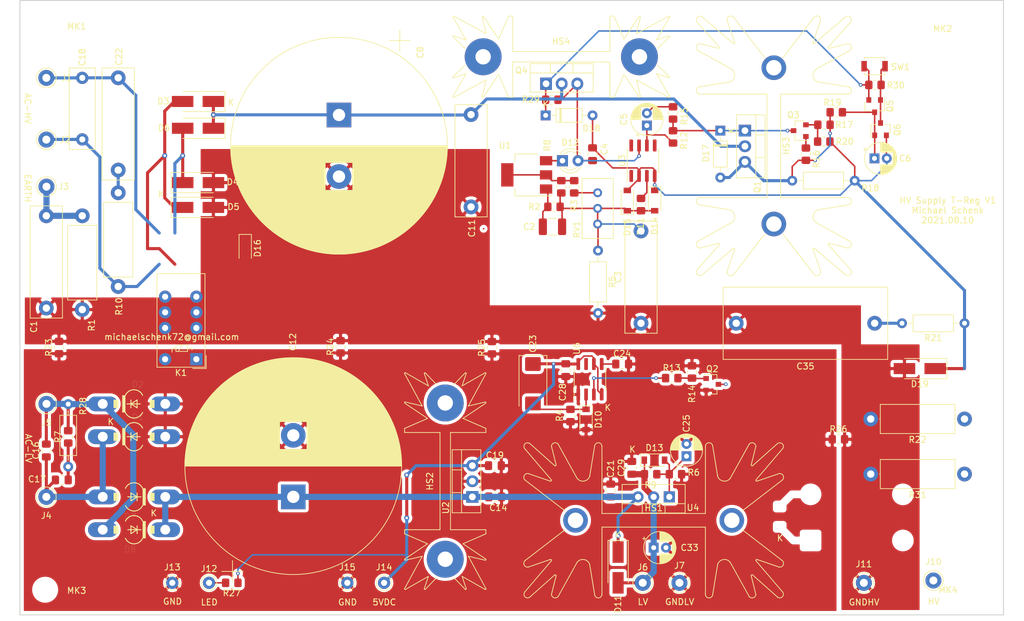
<source format=kicad_pcb>
(kicad_pcb (version 20171130) (host pcbnew 5.1.10-88a1d61d58~88~ubuntu16.04.1)
  (layers (0 F.Cu signal) (31 B.Cu signal) (34 B.Paste user) (35 F.Paste user) (36 B.SilkS user) (37 F.SilkS user) (38 B.Mask user) (39 F.Mask user) (44 Edge.Cuts user))
  (net 0 "")
  (net 1 "Net-(C1-Pad1)")
  (net 2 GND_LV)
  (net 3 +5VDC)
  (net 4 "Net-(Q3-Pad1)")
  (net 5 GND_HV)
  (net 6 "Net-(Q2-Pad1)")
  (net 7 "Net-(C24-Pad1)")
  (net 8 "Net-(C11-Pad2)")
  (net 9 "Net-(C13-Pad1)")
  (net 10 "Net-(C23-Pad2)")
  (net 11 "Net-(C25-Pad1)")
  (net 12 "Net-(C29-Pad1)")
  (net 13 "Net-(J12-Pad1)")
  (net 14 "Net-(R3-Pad2)")
  (net 15 "Net-(R13-Pad1)")
  (net 16 "Net-(C35-Pad1)")
  (net 17 "Net-(C17-Pad2)")
  (net 18 "Net-(C22-Pad1)")
  (net 19 "Net-(C12-Pad1)")
  (net 20 "Net-(C16-Pad2)")
  (net 21 "Net-(C16-Pad1)")
  (net 22 "Net-(C18-Pad2)")
  (net 23 "Net-(C18-Pad1)")
  (net 24 "Net-(C2-Pad2)")
  (net 25 "Net-(C2-Pad1)")
  (net 26 "Net-(C4-Pad2)")
  (net 27 "Net-(C4-Pad1)")
  (net 28 "Net-(C5-Pad2)")
  (net 29 "Net-(C5-Pad1)")
  (net 30 "Net-(C6-Pad1)")
  (net 31 "Net-(D12-Pad1)")
  (net 32 "Net-(D17-Pad2)")
  (net 33 "Net-(D17-Pad1)")
  (net 34 "Net-(D18-Pad1)")
  (net 35 "Net-(Q3-Pad2)")
  (net 36 "Net-(Q5-Pad1)")
  (net 37 "Net-(R3-Pad1)")
  (net 38 "Net-(R11-Pad1)")
  (net 39 "Net-(D3-Pad2)")
  (net 40 "Net-(D4-Pad1)")
  (net 41 RELCTRL)
  (module Capacitor_THT:C_Rect_L18.0mm_W5.0mm_P15.00mm_FKS3_FKP3 (layer F.Cu) (at 71.0565 72.644 90)
    (fp_text reference C22 (at 18.429 0.127 90) (layer F.SilkS))
    (fp_text value Cs/630V)
    (pad 2 thru_hole circle (at 15 0 90) (size 2.4 2.4) (drill 1.2) (layers *.Cu *.Mask) (net 22 "Net-(C18-Pad2)"))
    (pad 1 thru_hole circle (at 0 0 90) (size 2.4 2.4) (drill 1.2) (layers *.Cu *.Mask) (net 18 "Net-(C22-Pad1)"))
  )
  (module Relay_THT:Relay_DPDT_Omron_G6S-2 (layer F.Cu) (at 83.7565 103.378 180)
    (fp_text reference K1 (at 2.5 -2.2) (layer F.SilkS))
    (fp_text value "G6S-2 DC5")
    (pad 5 thru_hole circle (at 0 10.16 180) (size 2 2) (drill 1) (layers *.Cu *.Mask) (net 22 "Net-(C18-Pad2)"))
    (pad 8 thru_hole circle (at 5.08 10.16 180) (size 2 2) (drill 1) (layers *.Cu *.Mask) (net 23 "Net-(C18-Pad1)"))
    (pad 3 thru_hole circle (at 0 5.08 180) (size 2 2) (drill 1) (layers *.Cu *.Mask))
    (pad 1 thru_hole rect (at 0 0 180) (size 2 2) (drill 1) (layers *.Cu *.Mask) (net 3 +5VDC))
    (pad 10 thru_hole circle (at 5.08 5.08 180) (size 2 2) (drill 1) (layers *.Cu *.Mask))
    (pad 12 thru_hole circle (at 5.08 0 180) (size 2 2) (drill 1) (layers *.Cu *.Mask) (net 41 RELCTRL))
    (pad 4 thru_hole circle (at 0 7.62 90) (size 2 2) (drill 1) (layers *.Cu *.Mask) (net 40 "Net-(D4-Pad1)"))
    (pad 9 thru_hole circle (at 5.08 7.62 90) (size 2 2) (drill 1) (layers *.Cu *.Mask) (net 39 "Net-(D3-Pad2)"))
  )
  (module Resistor_THT:R_Axial_DIN0414_L11.9mm_D4.5mm_P15.24mm_Horizontal (layer F.Cu) (at 208.5975 122.047 180)
    (fp_text reference R31 (at 7.62 -3.37) (layer F.SilkS))
    (fp_text value 100k/2W)
    (pad 2 thru_hole oval (at 15.24 0 180) (size 2.4 2.4) (drill 1.2) (layers *.Cu *.Mask) (net 5 GND_HV))
    (pad 1 thru_hole circle (at 0 0 180) (size 2.4 2.4) (drill 1.2) (layers *.Cu *.Mask) (net 26 "Net-(C4-Pad2)"))
  )
  (module Capacitor_THT:C_Rect_L18.0mm_W5.0mm_P15.00mm_FKS3_FKP3 (layer F.Cu) (at 156.0195 97.536 90)
    (fp_text reference C3 (at 7.5 -3.75 90) (layer F.SilkS))
    (fp_text value 100nF/630V)
    (pad 2 thru_hole circle (at 15 0 90) (size 2.4 2.4) (drill 1.2) (layers *.Cu *.Mask) (net 24 "Net-(C2-Pad2)"))
    (pad 1 thru_hole circle (at 0 0 90) (size 2.4 2.4) (drill 1.2) (layers *.Cu *.Mask) (net 5 GND_HV))
  )
  (module Button_Switch_SMD:SW_SPST_B3U-1000P (layer F.Cu) (at 193.978 55.753)
    (fp_text reference SW1 (at 4.2055 0.127) (layer F.SilkS))
    (fp_text value SW_Push)
    (pad 2 smd rect (at 1.7 0) (size 0.9 1.7) (layers F.Cu F.Paste F.Mask) (net 36 "Net-(Q5-Pad1)"))
    (pad 1 smd rect (at -1.7 0) (size 0.9 1.7) (layers F.Cu F.Paste F.Mask) (net 34 "Net-(D18-Pad1)"))
  )
  (module Resistor_THT:R_Axial_DIN0207_L6.3mm_D2.5mm_P10.16mm_Horizontal (layer F.Cu) (at 190.754 74.3585 180)
    (fp_text reference R18 (at -2.54 -1.2065) (layer F.SilkS))
    (fp_text value 16R/1W)
    (pad 2 thru_hole oval (at 10.16 0 180) (size 1.6 1.6) (drill 0.8) (layers *.Cu *.Mask) (net 32 "Net-(D17-Pad2)"))
    (pad 1 thru_hole circle (at 0 0 180) (size 1.6 1.6) (drill 0.8) (layers *.Cu *.Mask) (net 26 "Net-(C4-Pad2)"))
  )
  (module Package_SO:SOIC-8_3.9x4.9mm_P1.27mm (layer F.Cu) (at 156.337 71.1185 90)
    (fp_text reference U3 (at 0 -3.4 90) (layer F.SilkS))
    (fp_text value AD8031)
    (pad 8 smd roundrect (at 2.475 -1.905 90) (size 1.95 0.6) (layers F.Cu F.Paste F.Mask))
    (pad 7 smd roundrect (at 2.475 -0.635 90) (size 1.95 0.6) (layers F.Cu F.Paste F.Mask) (net 27 "Net-(C4-Pad1)"))
    (pad 6 smd roundrect (at 2.475 0.635 90) (size 1.95 0.6) (layers F.Cu F.Paste F.Mask) (net 29 "Net-(C5-Pad1)"))
    (pad 5 smd roundrect (at 2.475 1.905 90) (size 1.95 0.6) (layers F.Cu F.Paste F.Mask))
    (pad 4 smd roundrect (at -2.475 1.905 90) (size 1.95 0.6) (layers F.Cu F.Paste F.Mask) (net 26 "Net-(C4-Pad2)"))
    (pad 3 smd roundrect (at -2.475 0.635 90) (size 1.95 0.6) (layers F.Cu F.Paste F.Mask) (net 38 "Net-(R11-Pad1)"))
    (pad 2 smd roundrect (at -2.475 -0.635 90) (size 1.95 0.6) (layers F.Cu F.Paste F.Mask) (net 26 "Net-(C4-Pad2)"))
    (pad 1 smd roundrect (at -2.475 -1.905 90) (size 1.95 0.6) (layers F.Cu F.Paste F.Mask))
  )
  (module Package_TO_SOT_SMD:SOT-223-3_TabPin2 (layer F.Cu) (at 137.439 73.42 180)
    (fp_text reference U1 (at 3.5175 4.7765) (layer F.SilkS))
    (fp_text value LT3092xST)
    (pad 1 smd rect (at -3.15 -2.3 180) (size 2 1.5) (layers F.Cu F.Paste F.Mask) (net 25 "Net-(C2-Pad1)"))
    (pad 3 smd rect (at -3.15 2.3 180) (size 2 1.5) (layers F.Cu F.Paste F.Mask) (net 31 "Net-(D12-Pad1)"))
    (pad 2 smd rect (at -3.15 0 180) (size 2 1.5) (layers F.Cu F.Paste F.Mask) (net 37 "Net-(R3-Pad1)"))
    (pad 2 smd rect (at 3.15 0 180) (size 2 3.8) (layers F.Cu F.Paste F.Mask) (net 37 "Net-(R3-Pad1)"))
  )
  (module Potentiometer_THT:Potentiometer_Bourns_3296W_Vertical (layer F.Cu) (at 148.971 76.327 90)
    (fp_text reference RV1 (at -5.969 -3.3655 90) (layer F.SilkS))
    (fp_text value 5k)
    (pad 3 thru_hole circle (at -5.08 0 90) (size 1.44 1.44) (drill 0.8) (layers *.Cu *.Mask) (net 24 "Net-(C2-Pad2)"))
    (pad 2 thru_hole circle (at -2.54 0 90) (size 1.44 1.44) (drill 0.8) (layers *.Cu *.Mask) (net 24 "Net-(C2-Pad2)"))
    (pad 1 thru_hole circle (at 0 0 90) (size 1.44 1.44) (drill 0.8) (layers *.Cu *.Mask) (net 14 "Net-(R3-Pad2)"))
  )
  (module Resistor_SMD:R_0805_2012Metric_Pad1.20x1.40mm_HandSolder (layer F.Cu) (at 194.04 58.801)
    (fp_text reference R30 (at 3.3815 0.0635) (layer F.SilkS))
    (fp_text value "1k2 1/8W")
    (pad 2 smd roundrect (at 1 0) (size 1.2 1.4) (layers F.Cu F.Paste F.Mask) (roundrect_rratio 0.208333) (net 36 "Net-(Q5-Pad1)"))
    (pad 1 smd roundrect (at -1 0) (size 1.2 1.4) (layers F.Cu F.Paste F.Mask) (roundrect_rratio 0.208333) (net 34 "Net-(D18-Pad1)"))
  )
  (module Resistor_SMD:R_0805_2012Metric_Pad1.20x1.40mm_HandSolder (layer F.Cu) (at 141.5255 61.214 180)
    (fp_text reference R29 (at 3.413 0.0635) (layer F.SilkS))
    (fp_text value "1k 1/8W")
    (pad 2 smd roundrect (at 1 0 180) (size 1.2 1.4) (layers F.Cu F.Paste F.Mask) (roundrect_rratio 0.208333) (net 34 "Net-(D18-Pad1)"))
    (pad 1 smd roundrect (at -1 0 180) (size 1.2 1.4) (layers F.Cu F.Paste F.Mask) (roundrect_rratio 0.208333) (net 27 "Net-(C4-Pad1)"))
  )
  (module Resistor_SMD:R_0805_2012Metric_Pad1.20x1.40mm_HandSolder (layer F.Cu) (at 185.7215 68.0085 180)
    (fp_text reference R20 (at -3.3815 0) (layer F.SilkS))
    (fp_text value "6R8 1/8W")
    (pad 2 smd roundrect (at 1 0 180) (size 1.2 1.4) (layers F.Cu F.Paste F.Mask) (roundrect_rratio 0.208333) (net 35 "Net-(Q3-Pad2)"))
    (pad 1 smd roundrect (at -1 0 180) (size 1.2 1.4) (layers F.Cu F.Paste F.Mask) (roundrect_rratio 0.208333) (net 26 "Net-(C4-Pad2)"))
  )
  (module Resistor_SMD:R_0805_2012Metric_Pad1.20x1.40mm_HandSolder (layer F.Cu) (at 187.7535 63.246 180)
    (fp_text reference R19 (at 0.619 1.5875) (layer F.SilkS))
    (fp_text value "33k 1/8W")
    (pad 2 smd roundrect (at 1 0 180) (size 1.2 1.4) (layers F.Cu F.Paste F.Mask) (roundrect_rratio 0.208333) (net 32 "Net-(D17-Pad2)"))
    (pad 1 smd roundrect (at -1 0 180) (size 1.2 1.4) (layers F.Cu F.Paste F.Mask) (roundrect_rratio 0.208333) (net 30 "Net-(C6-Pad1)"))
  )
  (module Resistor_SMD:R_0805_2012Metric_Pad1.20x1.40mm_HandSolder (layer F.Cu) (at 185.7535 65.278)
    (fp_text reference R17 (at 3.286 0) (layer F.SilkS))
    (fp_text value "22R 1/8W")
    (pad 2 smd roundrect (at 1 0) (size 1.2 1.4) (layers F.Cu F.Paste F.Mask) (roundrect_rratio 0.208333) (net 32 "Net-(D17-Pad2)"))
    (pad 1 smd roundrect (at -1 0) (size 1.2 1.4) (layers F.Cu F.Paste F.Mask) (roundrect_rratio 0.208333) (net 35 "Net-(Q3-Pad2)"))
  )
  (module Resistor_SMD:R_0805_2012Metric_Pad1.20x1.40mm_HandSolder (layer F.Cu) (at 182.8165 70.0565 270)
    (fp_text reference R16 (at 0.8095 -1.7145 90) (layer F.SilkS))
    (fp_text value "1k 1/8W")
    (pad 2 smd roundrect (at 1 0 270) (size 1.2 1.4) (layers F.Cu F.Paste F.Mask) (roundrect_rratio 0.208333) (net 32 "Net-(D17-Pad2)"))
    (pad 1 smd roundrect (at -1 0 270) (size 1.2 1.4) (layers F.Cu F.Paste F.Mask) (roundrect_rratio 0.208333) (net 4 "Net-(Q3-Pad1)"))
  )
  (module Resistor_SMD:R_0805_2012Metric_Pad1.20x1.40mm_HandSolder (layer F.Cu) (at 161.2265 63.357 270)
    (fp_text reference R15 (at 0.524 -1.8415 90) (layer F.SilkS))
    (fp_text value "220R 1/8W")
    (pad 2 smd roundrect (at 1 0 270) (size 1.2 1.4) (layers F.Cu F.Paste F.Mask) (roundrect_rratio 0.208333) (net 33 "Net-(D17-Pad1)"))
    (pad 1 smd roundrect (at -1 0 270) (size 1.2 1.4) (layers F.Cu F.Paste F.Mask) (roundrect_rratio 0.208333) (net 28 "Net-(C5-Pad2)"))
  )
  (module Resistor_SMD:R_0805_2012Metric_Pad1.20x1.40mm_HandSolder (layer F.Cu) (at 161.2265 67.2465 90)
    (fp_text reference R12 (at -0.5715 1.778 90) (layer F.SilkS))
    (fp_text value "3.9k 1/8W")
    (pad 2 smd roundrect (at 1 0 90) (size 1.2 1.4) (layers F.Cu F.Paste F.Mask) (roundrect_rratio 0.208333) (net 33 "Net-(D17-Pad1)"))
    (pad 1 smd roundrect (at -1 0 90) (size 1.2 1.4) (layers F.Cu F.Paste F.Mask) (roundrect_rratio 0.208333) (net 29 "Net-(C5-Pad1)"))
  )
  (module Resistor_SMD:R_0805_2012Metric_Pad1.20x1.40mm_HandSolder (layer F.Cu) (at 156.0195 78.248 270)
    (fp_text reference R11 (at 3.54 0.0635 90) (layer F.SilkS))
    (fp_text value "100R 1/8W")
    (pad 2 smd roundrect (at 1 0 270) (size 1.2 1.4) (layers F.Cu F.Paste F.Mask) (roundrect_rratio 0.208333) (net 24 "Net-(C2-Pad2)"))
    (pad 1 smd roundrect (at -1 0 270) (size 1.2 1.4) (layers F.Cu F.Paste F.Mask) (roundrect_rratio 0.208333) (net 38 "Net-(R11-Pad1)"))
  )
  (module Resistor_SMD:R_0805_2012Metric_Pad1.20x1.40mm_HandSolder (layer F.Cu) (at 143.0655 75.3585 270)
    (fp_text reference R8 (at -6.715 2.286 90) (layer F.SilkS))
    (fp_text value "1k5 1/8W")
    (pad 2 smd roundrect (at 1 0 270) (size 1.2 1.4) (layers F.Cu F.Paste F.Mask) (roundrect_rratio 0.208333) (net 24 "Net-(C2-Pad2)"))
    (pad 1 smd roundrect (at -1 0 270) (size 1.2 1.4) (layers F.Cu F.Paste F.Mask) (roundrect_rratio 0.208333) (net 37 "Net-(R3-Pad1)"))
  )
  (module Resistor_THT:R_Axial_DIN0207_L6.3mm_D2.5mm_P10.16mm_Horizontal (layer F.Cu) (at 149.0345 85.725 270)
    (fp_text reference R5 (at 5.08 -2.37 90) (layer F.SilkS))
    (fp_text value 348K/0.6W)
    (pad 2 thru_hole oval (at 10.16 0 270) (size 1.6 1.6) (drill 0.8) (layers *.Cu *.Mask) (net 5 GND_HV))
    (pad 1 thru_hole circle (at 0 0 270) (size 1.6 1.6) (drill 0.8) (layers *.Cu *.Mask) (net 24 "Net-(C2-Pad2)"))
  )
  (module Resistor_SMD:R_0805_2012Metric_Pad1.20x1.40mm_HandSolder (layer F.Cu) (at 145.161 75.3585 270)
    (fp_text reference R3 (at 3.064 0 90) (layer F.SilkS))
    (fp_text value "1k8 1/8W")
    (pad 2 smd roundrect (at 1 0 270) (size 1.2 1.4) (layers F.Cu F.Paste F.Mask) (roundrect_rratio 0.208333) (net 14 "Net-(R3-Pad2)"))
    (pad 1 smd roundrect (at -1 0 270) (size 1.2 1.4) (layers F.Cu F.Paste F.Mask) (roundrect_rratio 0.208333) (net 37 "Net-(R3-Pad1)"))
  )
  (module Resistor_SMD:R_0805_2012Metric_Pad1.20x1.40mm_HandSolder (layer F.Cu) (at 141.875 78.613)
    (fp_text reference R2 (at -3.191 0) (layer F.SilkS))
    (fp_text value "56k 1/8W")
    (pad 2 smd roundrect (at 1 0) (size 1.2 1.4) (layers F.Cu F.Paste F.Mask) (roundrect_rratio 0.208333) (net 24 "Net-(C2-Pad2)"))
    (pad 1 smd roundrect (at -1 0) (size 1.2 1.4) (layers F.Cu F.Paste F.Mask) (roundrect_rratio 0.208333) (net 25 "Net-(C2-Pad1)"))
  )
  (module Package_TO_SOT_SMD:SOT-23 (layer F.Cu) (at 194.9475 65.9925 90)
    (fp_text reference Q6 (at -0.111 2.728 90) (layer F.SilkS))
    (fp_text value BC850)
    (pad 3 smd rect (at 1 0 90) (size 0.9 0.8) (layers F.Cu F.Paste F.Mask) (net 36 "Net-(Q5-Pad1)"))
    (pad 2 smd rect (at -1 0.95 90) (size 0.9 0.8) (layers F.Cu F.Paste F.Mask) (net 26 "Net-(C4-Pad2)"))
    (pad 1 smd rect (at -1 -0.95 90) (size 0.9 0.8) (layers F.Cu F.Paste F.Mask) (net 30 "Net-(C6-Pad1)"))
  )
  (module Package_TO_SOT_SMD:SOT-23 (layer F.Cu) (at 193.99 62.246 270)
    (fp_text reference Q5 (at 0 -2.5 90) (layer F.SilkS))
    (fp_text value BC860)
    (pad 3 smd rect (at 1 0 270) (size 0.9 0.8) (layers F.Cu F.Paste F.Mask) (net 30 "Net-(C6-Pad1)"))
    (pad 2 smd rect (at -1 0.95 270) (size 0.9 0.8) (layers F.Cu F.Paste F.Mask) (net 34 "Net-(D18-Pad1)"))
    (pad 1 smd rect (at -1 -0.95 270) (size 0.9 0.8) (layers F.Cu F.Paste F.Mask) (net 36 "Net-(Q5-Pad1)"))
  )
  (module Package_TO_SOT_SMD:SOT-23 (layer F.Cu) (at 181.8165 66.233 180)
    (fp_text reference Q3 (at 1.032 2.5425) (layer F.SilkS))
    (fp_text value BC850)
    (pad 3 smd rect (at 1 0 180) (size 0.9 0.8) (layers F.Cu F.Paste F.Mask) (net 33 "Net-(D17-Pad1)"))
    (pad 2 smd rect (at -1 0.95 180) (size 0.9 0.8) (layers F.Cu F.Paste F.Mask) (net 35 "Net-(Q3-Pad2)"))
    (pad 1 smd rect (at -1 -0.95 180) (size 0.9 0.8) (layers F.Cu F.Paste F.Mask) (net 4 "Net-(Q3-Pad1)"))
  )
  (module Package_TO_SOT_THT:TO-220-3_Vertical (layer F.Cu) (at 172.9105 66.2305 270)
    (fp_text reference Q1 (at 9.144 -2.032 90) (layer F.SilkS))
    (fp_text value FDP12N60NZ)
    (pad 3 thru_hole oval (at 5.08 0 270) (size 1.905 2) (drill 1.1) (layers *.Cu *.Mask) (net 32 "Net-(D17-Pad2)"))
    (pad 2 thru_hole oval (at 2.54 0 270) (size 1.905 2) (drill 1.1) (layers *.Cu *.Mask) (net 8 "Net-(C11-Pad2)"))
    (pad 1 thru_hole rect (at 0 0 270) (size 1.905 2) (drill 1.1) (layers *.Cu *.Mask) (net 33 "Net-(D17-Pad1)"))
  )
  (module Heatsink:Heatsink_Fischer_SK104-STC-STIC_35x13mm_2xDrill2.5mm (layer F.Cu) (at 143.0655 54.229)
    (fp_text reference HS4 (at -0.025 -2.5) (layer F.SilkS))
    (fp_text value Heatsink)
    (pad 1 thru_hole circle (at -12.7 0 180) (size 6 6) (drill 2.5) (layers *.Cu *.Mask))
    (pad 1 thru_hole circle (at 12.7 0) (size 6 6) (drill 2.5) (layers *.Cu *.Mask))
  )
  (module Heatsink:Heatsink_Fischer_SK129-STS_42x25mm_2xDrill2.5mm (layer F.Cu) (at 177.6095 68.707 270)
    (fp_text reference HS3 (at 0 -2 90) (layer F.SilkS))
    (fp_text value Heatsink)
    (pad 1 thru_hole circle (at -12.7 0 90) (size 4 4) (drill 2.5) (layers *.Cu *.Mask))
    (pad 1 thru_hole circle (at 12.7 0 270) (size 4 4) (drill 2.5) (layers *.Cu *.Mask))
  )
  (module Diode_SMD:D_SMA_Handsoldering (layer F.Cu) (at 201.335 104.902 180)
    (fp_text reference D19 (at 0 -2.5) (layer F.SilkS))
    (fp_text value 1N4007)
    (pad 2 smd rect (at 2.5 0 180) (size 3.5 1.8) (layers F.Cu F.Paste F.Mask) (net 5 GND_HV))
    (pad 1 smd rect (at -2.5 0 180) (size 3.5 1.8) (layers F.Cu F.Paste F.Mask) (net 26 "Net-(C4-Pad2)"))
  )
  (module Diode_THT:D_DO-35_SOD27_P7.62mm_Horizontal (layer F.Cu) (at 140.5255 63.754)
    (fp_text reference D18 (at 7.4295 2.0955) (layer F.SilkS))
    (fp_text value BZX79C5V6)
    (fp_text user K (at 0 -1.8) (layer F.SilkS))
    (pad 2 thru_hole oval (at 7.62 0) (size 1.6 1.6) (drill 0.8) (layers *.Cu *.Mask) (net 26 "Net-(C4-Pad2)"))
    (pad 1 thru_hole rect (at 0 0) (size 1.6 1.6) (drill 0.8) (layers *.Cu *.Mask) (net 34 "Net-(D18-Pad1)"))
  )
  (module Diode_THT:D_DO-35_SOD27_P7.62mm_Horizontal (layer F.Cu) (at 168.91 66.2305 270)
    (fp_text reference D17 (at 3.683 2.3495 90) (layer F.SilkS))
    (fp_text value BZX79C12)
    (fp_text user K (at 0 -1.8 90) (layer F.SilkS))
    (pad 2 thru_hole oval (at 7.62 0 270) (size 1.6 1.6) (drill 0.8) (layers *.Cu *.Mask) (net 32 "Net-(D17-Pad2)"))
    (pad 1 thru_hole rect (at 0 0 270) (size 1.6 1.6) (drill 0.8) (layers *.Cu *.Mask) (net 33 "Net-(D17-Pad1)"))
  )
  (module Diode_SMD:D_SOD-123 (layer F.Cu) (at 153.797 77.598 90)
    (fp_text reference D15 (at -4.317 0 90) (layer F.SilkS))
    (fp_text value BAT42W-V)
    (pad 2 smd rect (at 1.65 0 90) (size 0.9 1.2) (layers F.Cu F.Paste F.Mask) (net 26 "Net-(C4-Pad2)"))
    (pad 1 smd rect (at -1.65 0 90) (size 0.9 1.2) (layers F.Cu F.Paste F.Mask) (net 24 "Net-(C2-Pad2)"))
  )
  (module Diode_SMD:D_SOD-123 (layer F.Cu) (at 158.242 77.596 270)
    (fp_text reference D14 (at 4.1285 0 90) (layer F.SilkS))
    (fp_text value BAT42W-V)
    (pad 2 smd rect (at 1.65 0 270) (size 0.9 1.2) (layers F.Cu F.Paste F.Mask) (net 24 "Net-(C2-Pad2)"))
    (pad 1 smd rect (at -1.65 0 270) (size 0.9 1.2) (layers F.Cu F.Paste F.Mask) (net 26 "Net-(C4-Pad2)"))
  )
  (module LED_THT:LED_D3.0mm (layer F.Cu) (at 143.256 71.12)
    (fp_text reference D12 (at 1.27 -2.96) (layer F.SilkS))
    (fp_text value LED)
    (pad 2 thru_hole circle (at 2.54 0) (size 1.8 1.8) (drill 0.9) (layers *.Cu *.Mask) (net 27 "Net-(C4-Pad1)"))
    (pad 1 thru_hole rect (at 0 0) (size 1.8 1.8) (drill 0.9) (layers *.Cu *.Mask) (net 31 "Net-(D12-Pad1)"))
  )
  (module Capacitor_THT:C_Rect_L26.5mm_W11.5mm_P22.50mm_MKS4 (layer F.Cu) (at 193.9925 97.536 180)
    (fp_text reference C35 (at 11.25 -7) (layer F.SilkS))
    (fp_text value 1uF/630V)
    (pad 2 thru_hole circle (at 22.5 0 180) (size 2.4 2.4) (drill 1.2) (layers *.Cu *.Mask) (net 5 GND_HV))
    (pad 1 thru_hole circle (at 0 0 180) (size 2.4 2.4) (drill 1.2) (layers *.Cu *.Mask) (net 16 "Net-(C35-Pad1)"))
  )
  (module Capacitor_THT:CP_Radial_D5.0mm_P2.00mm (layer F.Cu) (at 193.961 70.739)
    (fp_text reference C6 (at 4.9845 0) (layer F.SilkS))
    (fp_text value 10uF/35V)
    (pad 2 thru_hole circle (at 2 0) (size 1.6 1.6) (drill 0.8) (layers *.Cu *.Mask) (net 26 "Net-(C4-Pad2)"))
    (pad 1 thru_hole rect (at 0 0) (size 1.6 1.6) (drill 0.8) (layers *.Cu *.Mask) (net 30 "Net-(C6-Pad1)"))
  )
  (module Capacitor_THT:CP_Radial_D5.0mm_P2.00mm (layer F.Cu) (at 156.972 65.405 90)
    (fp_text reference C5 (at 1 -3.75 90) (layer F.SilkS))
    (fp_text value 33uF/35V)
    (pad 2 thru_hole circle (at 2 0 90) (size 1.6 1.6) (drill 0.8) (layers *.Cu *.Mask) (net 28 "Net-(C5-Pad2)"))
    (pad 1 thru_hole rect (at 0 0 90) (size 1.6 1.6) (drill 0.8) (layers *.Cu *.Mask) (net 29 "Net-(C5-Pad1)"))
  )
  (module Capacitor_SMD:C_0805_2012Metric_Pad1.18x1.45mm_HandSolder (layer F.Cu) (at 148.1455 70.062 90)
    (fp_text reference C4 (at 0.847 1.905 90) (layer F.SilkS))
    (fp_text value 1uF/50V)
    (pad 2 smd roundrect (at 1.0375 0 90) (size 1.175 1.45) (layers F.Cu F.Paste F.Mask) (roundrect_rratio 0.212766) (net 26 "Net-(C4-Pad2)"))
    (pad 1 smd roundrect (at -1.0375 0 90) (size 1.175 1.45) (layers F.Cu F.Paste F.Mask) (roundrect_rratio 0.212766) (net 27 "Net-(C4-Pad1)"))
  )
  (module Capacitor_SMD:C_1210_3225Metric_Pad1.33x2.70mm_HandSolder (layer F.Cu) (at 141.63 81.8515)
    (fp_text reference C2 (at -3.7715 0) (layer F.SilkS))
    (fp_text value 3.3uF/50V)
    (pad 2 smd roundrect (at 1.5625 0) (size 1.325 2.7) (layers F.Cu F.Paste F.Mask) (roundrect_rratio 0.188679) (net 24 "Net-(C2-Pad2)"))
    (pad 1 smd roundrect (at -1.5625 0) (size 1.325 2.7) (layers F.Cu F.Paste F.Mask) (roundrect_rratio 0.188679) (net 25 "Net-(C2-Pad1)"))
  )
  (module Resistor_THT:R_Axial_DIN0207_L6.3mm_D2.5mm_P10.16mm_Horizontal (layer F.Cu) (at 62.9285 120.8405 90)
    (fp_text reference R28 (at 9.8425 2.413 90) (layer F.SilkS))
    (fp_text value Rs/0.6W)
    (pad 2 thru_hole oval (at 10.16 0 90) (size 1.6 1.6) (drill 0.8) (layers *.Cu *.Mask) (net 20 "Net-(C16-Pad2)"))
    (pad 1 thru_hole circle (at 0 0 90) (size 1.6 1.6) (drill 0.8) (layers *.Cu *.Mask) (net 17 "Net-(C17-Pad2)"))
  )
  (module Resistor_THT:R_Axial_DIN0414_L11.9mm_D4.5mm_P15.24mm_Horizontal (layer F.Cu) (at 71.0565 76.327 270)
    (fp_text reference R10 (at 18.4785 -0.127 90) (layer F.SilkS))
    (fp_text value Rs/2W)
    (pad 2 thru_hole oval (at 15.24 0 270) (size 2.4 2.4) (drill 1.2) (layers *.Cu *.Mask) (net 23 "Net-(C18-Pad1)"))
    (pad 1 thru_hole circle (at 0 0 270) (size 2.4 2.4) (drill 1.2) (layers *.Cu *.Mask) (net 18 "Net-(C22-Pad1)"))
  )
  (module Capacitor_THT:C_Rect_L13.0mm_W4.0mm_P10.00mm_FKS3_FKP3_MKS4 (layer F.Cu) (at 65.2145 67.658 90)
    (fp_text reference C18 (at 13.3655 0 90) (layer F.SilkS))
    (fp_text value Cx/10nF/630V)
    (pad 2 thru_hole circle (at 10 0 90) (size 2 2) (drill 1) (layers *.Cu *.Mask) (net 22 "Net-(C18-Pad2)"))
    (pad 1 thru_hole circle (at 0 0 90) (size 2 2) (drill 1) (layers *.Cu *.Mask) (net 23 "Net-(C18-Pad1)"))
  )
  (module Resistor_SMD:R_0805_2012Metric_Pad1.20x1.40mm_HandSolder (layer F.Cu) (at 62.9285 115.9985 90)
    (fp_text reference R7 (at 0 -1.65 90) (layer F.SilkS))
    (fp_text value Rs/1/8W)
    (pad 2 smd roundrect (at 1 0 90) (size 1.2 1.4) (layers F.Cu F.Paste F.Mask) (roundrect_rratio 0.2083325) (net 20 "Net-(C16-Pad2)"))
    (pad 1 smd roundrect (at -1 0 90) (size 1.2 1.4) (layers F.Cu F.Paste F.Mask) (roundrect_rratio 0.2083325) (net 17 "Net-(C17-Pad2)"))
  )
  (module Capacitor_SMD:C_0805_2012Metric_Pad1.18x1.45mm_HandSolder (layer F.Cu) (at 61.891 122.9995)
    (fp_text reference C17 (at -4.022 -0.127) (layer F.SilkS))
    (fp_text value Cs/50V)
    (pad 2 smd roundrect (at 1.0375 0) (size 1.175 1.45) (layers F.Cu F.Paste F.Mask) (roundrect_rratio 0.2127659574468085) (net 17 "Net-(C17-Pad2)"))
    (pad 1 smd roundrect (at -1.0375 0) (size 1.175 1.45) (layers F.Cu F.Paste F.Mask) (roundrect_rratio 0.2127659574468085) (net 21 "Net-(C16-Pad1)"))
  )
  (module Capacitor_SMD:C_0805_2012Metric_Pad1.18x1.45mm_HandSolder (layer F.Cu) (at 59.3725 118.2155 90)
    (fp_text reference C16 (at 0 -1.68 90) (layer F.SilkS))
    (fp_text value Cx/10nF/50V)
    (pad 2 smd roundrect (at 1.0375 0 90) (size 1.175 1.45) (layers F.Cu F.Paste F.Mask) (roundrect_rratio 0.2127659574468085) (net 20 "Net-(C16-Pad2)"))
    (pad 1 smd roundrect (at -1.0375 0 90) (size 1.175 1.45) (layers F.Cu F.Paste F.Mask) (roundrect_rratio 0.2127659574468085) (net 21 "Net-(C16-Pad1)"))
  )
  (module Heatsink:Heatsink_Fischer_SK104-STC-STIC_35x13mm_2xDrill2.5mm (layer F.Cu) (at 124.206 123.19 90)
    (fp_text reference HS2 (at -0.025 -2.5 90) (layer F.SilkS))
    (fp_text value Heatsink)
    (pad 1 thru_hole circle (at -12.7 0 270) (size 6 6) (drill 2.5) (layers *.Cu *.Mask))
    (pad 1 thru_hole circle (at 12.7 0 90) (size 6 6) (drill 2.5) (layers *.Cu *.Mask))
  )
  (module Package_TO_SOT_SMD:SOT-23 (layer F.Cu) (at 167.602 107.465)
    (fp_text reference Q2 (at 0 -2.5) (layer F.SilkS))
    (fp_text value MMBT3904-TP)
    (pad 3 smd rect (at 1 0) (size 0.9 0.8) (layers F.Cu F.Paste F.Mask) (net 41 RELCTRL))
    (pad 2 smd rect (at -1 0.95) (size 0.9 0.8) (layers F.Cu F.Paste F.Mask) (net 2 GND_LV))
    (pad 1 smd rect (at -1 -0.95) (size 0.9 0.8) (layers F.Cu F.Paste F.Mask) (net 6 "Net-(Q2-Pad1)"))
  )
  (module Capacitor_THT:CP_Radial_D35.0mm_P10.00mm_SnapIn (layer F.Cu) (at 99.5045 125.753 90)
    (fp_text reference C12 (at 25.169 -0.0635 90) (layer F.SilkS))
    (fp_text value 22000uF/25V)
    (pad 2 thru_hole circle (at 10 0 90) (size 4 4) (drill 2) (layers *.Cu *.Mask) (net 2 GND_LV))
    (pad 1 thru_hole rect (at 0 0 90) (size 4 4) (drill 2) (layers *.Cu *.Mask) (net 19 "Net-(C12-Pad1)"))
  )
  (module Package_TO_SOT_THT:TO-220-3_Vertical (layer F.Cu) (at 128.613 125.753 90)
    (fp_text reference U2 (at -1.778 -4.318 90) (layer F.SilkS))
    (fp_text value LM7805_TO220)
    (pad 1 thru_hole rect (at 0 0 90) (size 1.905 2) (drill 1.1) (layers *.Cu *.Mask) (net 19 "Net-(C12-Pad1)"))
    (pad 2 thru_hole oval (at 2.54 0 90) (size 1.905 2) (drill 1.1) (layers *.Cu *.Mask) (net 2 GND_LV))
    (pad 3 thru_hole oval (at 5.08 0 90) (size 1.905 2) (drill 1.1) (layers *.Cu *.Mask) (net 3 +5VDC))
  )
  (module Heatsink:Heatsink_Fischer_SK129-STS_42x25mm_2xDrill2.5mm (layer F.Cu) (at 158.077 129.563)
    (fp_text reference HS1 (at 0 -2) (layer F.SilkS))
    (fp_text value Heatsink)
    (pad 1 thru_hole circle (at -12.7 0 180) (size 4 4) (drill 2.5) (layers *.Cu *.Mask))
    (pad 1 thru_hole circle (at 12.7 0) (size 4 4) (drill 2.5) (layers *.Cu *.Mask))
  )
  (module Diode_SMD:D_SMA_Handsoldering (layer F.Cu) (at 152.2985 137.223 270)
    (fp_text reference D11 (at 5.9695 0.0255 90) (layer F.SilkS))
    (fp_text value 1N4007)
    (pad 2 smd rect (at 2.5 0 270) (size 3.5 1.8) (layers F.Cu F.Paste F.Mask) (net 12 "Net-(C29-Pad1)"))
    (pad 1 smd rect (at -2.5 0 270) (size 3.5 1.8) (layers F.Cu F.Paste F.Mask) (net 19 "Net-(C12-Pad1)"))
  )
  (module Resistor_THT:R_Axial_DIN0414_L11.9mm_D4.5mm_P15.24mm_Horizontal (layer F.Cu) (at 208.5975 113.0935 180)
    (fp_text reference R22 (at 7.62 -3.37) (layer F.SilkS))
    (fp_text value 100k/2W)
    (pad 2 thru_hole oval (at 15.24 0 180) (size 2.4 2.4) (drill 1.2) (layers *.Cu *.Mask) (net 5 GND_HV))
    (pad 1 thru_hole circle (at 0 0 180) (size 2.4 2.4) (drill 1.2) (layers *.Cu *.Mask) (net 26 "Net-(C4-Pad2)"))
  )
  (module kicad-snk:SOD64-10 (layer F.Cu) (at 73.622 110.64)
    (fp_text reference D2 (at 0.63569 -3.17845) (layer F.SilkS) (effects (font (size 1.001087 1.001087) (thickness 0.015))))
    (fp_text value BYV98-200)
    (pad 1 thru_hole oval (at -5.08 0) (size 4.8006 2.4003) (drill 1.6002) (layers *.Cu *.Mask) (net 20 "Net-(C16-Pad2)"))
    (pad 2 thru_hole oval (at 5.08 0) (size 4.8006 2.4003) (drill 1.6002) (layers *.Cu *.Mask) (net 2 GND_LV))
  )
  (module kicad-snk:SOD64-10 (layer F.Cu) (at 73.622 131.087 180)
    (fp_text reference D8 (at 0.63569 -3.17845) (layer F.SilkS) (effects (font (size 1.001087 1.001087) (thickness 0.015))))
    (fp_text value BYV98-200)
    (pad 1 thru_hole oval (at -5.08 0 180) (size 4.8006 2.4003) (drill 1.6002) (layers *.Cu *.Mask) (net 19 "Net-(C12-Pad1)"))
    (pad 2 thru_hole oval (at 5.08 0 180) (size 4.8006 2.4003) (drill 1.6002) (layers *.Cu *.Mask) (net 20 "Net-(C16-Pad2)"))
  )
  (module kicad-snk:SOD64-10 (layer F.Cu) (at 73.622 125.753 180)
    (fp_text reference D7 (at 0.63569 -3.17845) (layer F.SilkS) (effects (font (size 1.001087 1.001087) (thickness 0.015))))
    (fp_text value BYV98-200)
    (pad 1 thru_hole oval (at -5.08 0 180) (size 4.8006 2.4003) (drill 1.6002) (layers *.Cu *.Mask) (net 19 "Net-(C12-Pad1)"))
    (pad 2 thru_hole oval (at 5.08 0 180) (size 4.8006 2.4003) (drill 1.6002) (layers *.Cu *.Mask) (net 21 "Net-(C16-Pad1)"))
  )
  (module kicad-snk:SOD64-10 (layer F.Cu) (at 73.622 115.974)
    (fp_text reference D1 (at 0.63569 -3.17845) (layer F.SilkS) (effects (font (size 1.001087 1.001087) (thickness 0.015))))
    (fp_text value BYV98-200)
    (pad 1 thru_hole oval (at -5.08 0) (size 4.8006 2.4003) (drill 1.6002) (layers *.Cu *.Mask) (net 21 "Net-(C16-Pad1)"))
    (pad 2 thru_hole oval (at 5.08 0) (size 4.8006 2.4003) (drill 1.6002) (layers *.Cu *.Mask) (net 2 GND_LV))
  )
  (module Diode_SMD:D_SOD-123 (layer F.Cu) (at 158.203 119.784)
    (fp_text reference D13 (at 0 -2) (layer F.SilkS))
    (fp_text value 1N4148W)
    (pad 2 smd rect (at 1.65 0) (size 0.9 1.2) (layers F.Cu F.Paste F.Mask) (net 11 "Net-(C25-Pad1)"))
    (pad 1 smd rect (at -1.65 0) (size 0.9 1.2) (layers F.Cu F.Paste F.Mask) (net 12 "Net-(C29-Pad1)"))
  )
  (module Capacitor_THT:CP_Radial_D5.0mm_P2.00mm (layer F.Cu) (at 163.411 119.149 90)
    (fp_text reference C25 (at 5.334 0 90) (layer F.SilkS))
    (fp_text value 10uF/25V)
    (pad 2 thru_hole circle (at 2 0 90) (size 1.6 1.6) (drill 0.8) (layers *.Cu *.Mask) (net 2 GND_LV))
    (pad 1 thru_hole rect (at 0 0 90) (size 1.6 1.6) (drill 0.8) (layers *.Cu *.Mask) (net 11 "Net-(C25-Pad1)"))
  )
  (module Resistor_SMD:R_0805_2012Metric_Pad1.20x1.40mm_HandSolder (layer F.Cu) (at 61.43 101.48 90)
    (fp_text reference R23 (at 0 -1.65 90) (layer F.SilkS))
    (fp_text value 1R/0.5W)
    (pad 2 smd roundrect (at 1 0 90) (size 1.2 1.4) (layers F.Cu F.Paste F.Mask) (roundrect_rratio 0.2083325) (net 5 GND_HV))
    (pad 1 smd roundrect (at -1 0 90) (size 1.2 1.4) (layers F.Cu F.Paste F.Mask) (roundrect_rratio 0.2083325) (net 2 GND_LV))
  )
  (module Resistor_THT:R_Axial_DIN0414_L11.9mm_D4.5mm_P15.24mm_Horizontal (layer F.Cu) (at 65.2145 80.0735 270)
    (fp_text reference R1 (at 17.78 -1.524 90) (layer F.SilkS))
    (fp_text value 100R/2W)
    (pad 2 thru_hole oval (at 15.24 0 270) (size 2.4 2.4) (drill 1.2) (layers *.Cu *.Mask) (net 5 GND_HV))
    (pad 1 thru_hole circle (at 0 0 270) (size 2.4 2.4) (drill 1.2) (layers *.Cu *.Mask) (net 1 "Net-(C1-Pad1)"))
  )
  (module Diode_SMD:D_SMA_Handsoldering (layer F.Cu) (at 84.034 74.676)
    (fp_text reference D4 (at 5.637 -0.104) (layer F.SilkS))
    (fp_text value BYG20J)
    (pad 2 smd rect (at 2.5 0) (size 3.5 1.8) (layers F.Cu F.Paste F.Mask) (net 5 GND_HV))
    (pad 1 smd rect (at -2.5 0) (size 3.5 1.8) (layers F.Cu F.Paste F.Mask) (net 40 "Net-(D4-Pad1)"))
  )
  (module Diode_SMD:D_SMA_Handsoldering (layer F.Cu) (at 84.034 65.8495 180)
    (fp_text reference D6 (at 5.548 0.0635) (layer F.SilkS))
    (fp_text value BYG20J)
    (pad 2 smd rect (at 2.5 0 180) (size 3.5 1.8) (layers F.Cu F.Paste F.Mask) (net 40 "Net-(D4-Pad1)"))
    (pad 1 smd rect (at -2.5 0 180) (size 3.5 1.8) (layers F.Cu F.Paste F.Mask) (net 8 "Net-(C11-Pad2)"))
  )
  (module Diode_SMD:D_SMA_Handsoldering (layer F.Cu) (at 84.0214 78.7122)
    (fp_text reference D5 (at 5.7676 -0.0992) (layer F.SilkS))
    (fp_text value BYG20J)
    (pad 2 smd rect (at 2.5 0) (size 3.5 1.8) (layers F.Cu F.Paste F.Mask) (net 5 GND_HV))
    (pad 1 smd rect (at -2.5 0) (size 3.5 1.8) (layers F.Cu F.Paste F.Mask) (net 39 "Net-(D3-Pad2)"))
  )
  (module Diode_SMD:D_SMA_Handsoldering (layer F.Cu) (at 84.0214 61.491 180)
    (fp_text reference D3 (at 5.637 0.023) (layer F.SilkS))
    (fp_text value BYG20J)
    (pad 2 smd rect (at 2.5 0 180) (size 3.5 1.8) (layers F.Cu F.Paste F.Mask) (net 39 "Net-(D3-Pad2)"))
    (pad 1 smd rect (at -2.5 0 180) (size 3.5 1.8) (layers F.Cu F.Paste F.Mask) (net 8 "Net-(C11-Pad2)"))
  )
  (module Package_SO:SOIC-8_3.9x4.9mm_P1.27mm (layer F.Cu) (at 147.7265 106.638 90)
    (fp_text reference U6 (at 5.015 -2.159 90) (layer F.SilkS))
    (fp_text value TLC555CDR)
    (pad 8 smd roundrect (at 2.475 -1.905 90) (size 1.95 0.6) (layers F.Cu F.Paste F.Mask) (net 3 +5VDC))
    (pad 7 smd roundrect (at 2.475 -0.635 90) (size 1.95 0.6) (layers F.Cu F.Paste F.Mask))
    (pad 6 smd roundrect (at 2.475 0.635 90) (size 1.95 0.6) (layers F.Cu F.Paste F.Mask) (net 3 +5VDC))
    (pad 5 smd roundrect (at 2.475 1.905 90) (size 1.95 0.6) (layers F.Cu F.Paste F.Mask) (net 7 "Net-(C24-Pad1)"))
    (pad 4 smd roundrect (at -2.475 1.905 90) (size 1.95 0.6) (layers F.Cu F.Paste F.Mask) (net 3 +5VDC))
    (pad 3 smd roundrect (at -2.475 0.635 90) (size 1.95 0.6) (layers F.Cu F.Paste F.Mask) (net 15 "Net-(R13-Pad1)"))
    (pad 2 smd roundrect (at -2.475 -0.635 90) (size 1.95 0.6) (layers F.Cu F.Paste F.Mask) (net 10 "Net-(C23-Pad2)"))
    (pad 1 smd roundrect (at -2.475 -1.905 90) (size 1.95 0.6) (layers F.Cu F.Paste F.Mask) (net 2 GND_LV))
  )
  (module Package_TO_SOT_THT:TO-220-3_Vertical (layer F.Cu) (at 140.589 58.6105)
    (fp_text reference Q4 (at -4.0005 -2.159) (layer F.SilkS))
    (fp_text value IXTP1R6N50D2)
    (pad 3 thru_hole oval (at 5.08 0) (size 1.905 2) (drill 1.1) (layers *.Cu *.Mask) (net 27 "Net-(C4-Pad1)"))
    (pad 2 thru_hole oval (at 2.54 0) (size 1.905 2) (drill 1.1) (layers *.Cu *.Mask) (net 8 "Net-(C11-Pad2)"))
    (pad 1 thru_hole rect (at 0 0) (size 1.905 2) (drill 1.1) (layers *.Cu *.Mask) (net 34 "Net-(D18-Pad1)"))
  )
  (module Resistor_SMD:R_0805_2012Metric_Pad1.20x1.40mm_HandSolder (layer F.Cu) (at 188.103 116.3955)
    (fp_text reference R26 (at 0 -1.65) (layer F.SilkS))
    (fp_text value 1R/0.5W)
    (pad 2 smd roundrect (at 1 0) (size 1.2 1.4) (layers F.Cu F.Paste F.Mask) (roundrect_rratio 0.2083325) (net 5 GND_HV))
    (pad 1 smd roundrect (at -1 0) (size 1.2 1.4) (layers F.Cu F.Paste F.Mask) (roundrect_rratio 0.2083325) (net 2 GND_LV))
  )
  (module Resistor_SMD:R_0805_2012Metric_Pad1.20x1.40mm_HandSolder (layer F.Cu) (at 131.788 101.512 90)
    (fp_text reference R25 (at 0 -1.65 90) (layer F.SilkS))
    (fp_text value 1R/0.5W)
    (pad 2 smd roundrect (at 1 0 90) (size 1.2 1.4) (layers F.Cu F.Paste F.Mask) (roundrect_rratio 0.2083325) (net 5 GND_HV))
    (pad 1 smd roundrect (at -1 0 90) (size 1.2 1.4) (layers F.Cu F.Paste F.Mask) (roundrect_rratio 0.2083325) (net 2 GND_LV))
  )
  (module Resistor_SMD:R_0805_2012Metric_Pad1.20x1.40mm_HandSolder (layer F.Cu) (at 107.188 101.362 90)
    (fp_text reference R24 (at 0 -1.65 90) (layer F.SilkS))
    (fp_text value 1R/0.5W)
    (pad 2 smd roundrect (at 1 0 90) (size 1.2 1.4) (layers F.Cu F.Paste F.Mask) (roundrect_rratio 0.2083325) (net 5 GND_HV))
    (pad 1 smd roundrect (at -1 0 90) (size 1.2 1.4) (layers F.Cu F.Paste F.Mask) (roundrect_rratio 0.2083325) (net 2 GND_LV))
  )
  (module Resistor_SMD:R_0805_2012Metric_Pad1.20x1.40mm_HandSolder (layer F.Cu) (at 157.585 122.07)
    (fp_text reference R9 (at -0.016 1.778) (layer F.SilkS))
    (fp_text value "240R 1/8W")
    (pad 2 smd roundrect (at 1 0) (size 1.2 1.4) (layers F.Cu F.Paste F.Mask) (roundrect_rratio 0.2083325) (net 11 "Net-(C25-Pad1)"))
    (pad 1 smd roundrect (at -1 0) (size 1.2 1.4) (layers F.Cu F.Paste F.Mask) (roundrect_rratio 0.2083325) (net 12 "Net-(C29-Pad1)"))
  )
  (module Resistor_SMD:R_0805_2012Metric_Pad1.20x1.40mm_HandSolder (layer F.Cu) (at 161.617 122.07)
    (fp_text reference R6 (at 2.975 -0.277) (layer F.SilkS))
    (fp_text value "976R 1/8W")
    (pad 2 smd roundrect (at 1 0) (size 1.2 1.4) (layers F.Cu F.Paste F.Mask) (roundrect_rratio 0.2083325) (net 2 GND_LV))
    (pad 1 smd roundrect (at -1 0) (size 1.2 1.4) (layers F.Cu F.Paste F.Mask) (roundrect_rratio 0.2083325) (net 11 "Net-(C25-Pad1)"))
  )
  (module Resistor_SMD:R_0805_2012Metric_Pad1.20x1.40mm_HandSolder (layer F.Cu) (at 89.513 139.723 180)
    (fp_text reference R27 (at 0 -1.65) (layer F.SilkS))
    (fp_text value "470R 1/8W")
    (pad 2 smd roundrect (at 1 0 180) (size 1.2 1.4) (layers F.Cu F.Paste F.Mask) (roundrect_rratio 0.2083325) (net 13 "Net-(J12-Pad1)"))
    (pad 1 smd roundrect (at -1 0 180) (size 1.2 1.4) (layers F.Cu F.Paste F.Mask) (roundrect_rratio 0.2083325) (net 3 +5VDC))
  )
  (module Resistor_SMD:R_0805_2012Metric_Pad1.20x1.40mm_HandSolder (layer F.Cu) (at 164.3 105.449 270)
    (fp_text reference R14 (at 3.572 0 90) (layer F.SilkS))
    (fp_text value "2.49k 1/8W")
    (pad 2 smd roundrect (at 1 0 270) (size 1.2 1.4) (layers F.Cu F.Paste F.Mask) (roundrect_rratio 0.2083325) (net 6 "Net-(Q2-Pad1)"))
    (pad 1 smd roundrect (at -1 0 270) (size 1.2 1.4) (layers F.Cu F.Paste F.Mask) (roundrect_rratio 0.2083325) (net 2 GND_LV))
  )
  (module Resistor_SMD:R_0805_2012Metric_Pad1.20x1.40mm_HandSolder (layer F.Cu) (at 161.014 106.449)
    (fp_text reference R13 (at 0 -1.65) (layer F.SilkS))
    (fp_text value "2.49k 1/8W")
    (pad 2 smd roundrect (at 1 0) (size 1.2 1.4) (layers F.Cu F.Paste F.Mask) (roundrect_rratio 0.2083325) (net 6 "Net-(Q2-Pad1)"))
    (pad 1 smd roundrect (at -1 0) (size 1.2 1.4) (layers F.Cu F.Paste F.Mask) (roundrect_rratio 0.2083325) (net 15 "Net-(R13-Pad1)"))
  )
  (module Resistor_SMD:R_0805_2012Metric_Pad1.20x1.40mm_HandSolder (layer F.Cu) (at 144.5515 112.529 270)
    (fp_text reference R4 (at 0.016 1.778 90) (layer F.SilkS))
    (fp_text value "1Meg 1/8W")
    (pad 2 smd roundrect (at 1 0 270) (size 1.2 1.4) (layers F.Cu F.Paste F.Mask) (roundrect_rratio 0.2083325) (net 2 GND_LV))
    (pad 1 smd roundrect (at -1 0 270) (size 1.2 1.4) (layers F.Cu F.Paste F.Mask) (roundrect_rratio 0.2083325) (net 10 "Net-(C23-Pad2)"))
  )
  (module Capacitor_SMD:C_0805_2012Metric_Pad1.18x1.45mm_HandSolder (layer F.Cu) (at 154.521 121.0325 90)
    (fp_text reference C29 (at 0 -1.68 90) (layer F.SilkS))
    (fp_text value 100nF/50V)
    (pad 2 smd roundrect (at 1.0375 0 90) (size 1.175 1.45) (layers F.Cu F.Paste F.Mask) (roundrect_rratio 0.2127659574468085) (net 2 GND_LV))
    (pad 1 smd roundrect (at -1.0375 0 90) (size 1.175 1.45) (layers F.Cu F.Paste F.Mask) (roundrect_rratio 0.2127659574468085) (net 12 "Net-(C29-Pad1)"))
  )
  (module Capacitor_SMD:C_0805_2012Metric_Pad1.18x1.45mm_HandSolder (layer F.Cu) (at 151.092 124.7155 90)
    (fp_text reference C21 (at 3.5345 0 90) (layer F.SilkS))
    (fp_text value 100nF/50V)
    (pad 2 smd roundrect (at 1.0375 0 90) (size 1.175 1.45) (layers F.Cu F.Paste F.Mask) (roundrect_rratio 0.2127659574468085) (net 2 GND_LV))
    (pad 1 smd roundrect (at -1.0375 0 90) (size 1.175 1.45) (layers F.Cu F.Paste F.Mask) (roundrect_rratio 0.2127659574468085) (net 19 "Net-(C12-Pad1)"))
  )
  (module Capacitor_SMD:C_0805_2012Metric_Pad1.18x1.45mm_HandSolder (layer F.Cu) (at 143.7895 105.1575 270)
    (fp_text reference C28 (at 3.5775 0.508 90) (layer F.SilkS))
    (fp_text value 100nF/50V)
    (pad 2 smd roundrect (at 1.0375 0 270) (size 1.175 1.45) (layers F.Cu F.Paste F.Mask) (roundrect_rratio 0.2127659574468085) (net 2 GND_LV))
    (pad 1 smd roundrect (at -1.0375 0 270) (size 1.175 1.45) (layers F.Cu F.Paste F.Mask) (roundrect_rratio 0.2127659574468085) (net 3 +5VDC))
  )
  (module Capacitor_SMD:C_0805_2012Metric_Pad1.18x1.45mm_HandSolder (layer F.Cu) (at 152.955 104.163)
    (fp_text reference C24 (at 0 -1.68) (layer F.SilkS))
    (fp_text value 100nF/50V)
    (pad 2 smd roundrect (at 1.0375 0) (size 1.175 1.45) (layers F.Cu F.Paste F.Mask) (roundrect_rratio 0.2127659574468085) (net 2 GND_LV))
    (pad 1 smd roundrect (at -1.0375 0) (size 1.175 1.45) (layers F.Cu F.Paste F.Mask) (roundrect_rratio 0.2127659574468085) (net 7 "Net-(C24-Pad1)"))
  )
  (module Capacitor_SMD:C_0805_2012Metric_Pad1.18x1.45mm_HandSolder (layer F.Cu) (at 132.2745 120.673)
    (fp_text reference C19 (at 0 -1.68) (layer F.SilkS))
    (fp_text value 100nF/50V)
    (pad 1 smd roundrect (at -1.0375 0) (size 1.175 1.45) (layers F.Cu F.Paste F.Mask) (roundrect_rratio 0.2127659574468085) (net 3 +5VDC))
    (pad 2 smd roundrect (at 1.0375 0) (size 1.175 1.45) (layers F.Cu F.Paste F.Mask) (roundrect_rratio 0.2127659574468085) (net 2 GND_LV))
  )
  (module Capacitor_SMD:C_0805_2012Metric_Pad1.18x1.45mm_HandSolder (layer F.Cu) (at 132.3175 125.753)
    (fp_text reference C14 (at 0.508 1.778) (layer F.SilkS))
    (fp_text value 330nF/50V)
    (pad 1 smd roundrect (at -1.0375 0) (size 1.175 1.45) (layers F.Cu F.Paste F.Mask) (roundrect_rratio 0.2127659574468085) (net 19 "Net-(C12-Pad1)"))
    (pad 2 smd roundrect (at 1.0375 0) (size 1.175 1.45) (layers F.Cu F.Paste F.Mask) (roundrect_rratio 0.2127659574468085) (net 2 GND_LV))
  )
  (module Connector_Pin:Pin_D1.3mm_L11.0mm (layer F.Cu) (at 162.268 139.723)
    (fp_text reference J7 (at 0 -2.794) (layer F.SilkS))
    (fp_text value GND_LV1)
    (pad 1 thru_hole circle (at 0 0) (size 2.6 2.6) (drill 1.3) (layers *.Cu *.Mask) (net 2 GND_LV))
  )
  (module Connector_Pin:Pin_D1.3mm_L11.0mm (layer F.Cu) (at 156.299 139.723)
    (fp_text reference J6 (at 0 -2.54) (layer F.SilkS))
    (fp_text value LV1)
    (pad 1 thru_hole circle (at 0 0) (size 2.6 2.6) (drill 1.3) (layers *.Cu *.Mask) (net 12 "Net-(C29-Pad1)"))
  )
  (module Connector_Pin:Pin_D1.3mm_L11.0mm (layer F.Cu) (at 59.398 110.64)
    (fp_text reference J5 (at 0 3.048) (layer F.SilkS))
    (fp_text value AC-LV)
    (pad 1 thru_hole circle (at 0 0) (size 2.6 2.6) (drill 1.3) (layers *.Cu *.Mask) (net 20 "Net-(C16-Pad2)"))
  )
  (module Connector_Pin:Pin_D1.3mm_L11.0mm (layer F.Cu) (at 59.3725 125.753)
    (fp_text reference J4 (at 0 3.048) (layer F.SilkS))
    (fp_text value AC-LV)
    (pad 1 thru_hole circle (at 0 0) (size 2.6 2.6) (drill 1.3) (layers *.Cu *.Mask) (net 21 "Net-(C16-Pad1)"))
  )
  (module Connector_Pin:Pin_D1.3mm_L11.0mm (layer F.Cu) (at 59.398 75.334)
    (fp_text reference J3 (at 2.794 0) (layer F.SilkS))
    (fp_text value EARTH)
    (pad 1 thru_hole circle (at 0 0) (size 2.6 2.6) (drill 1.3) (layers *.Cu *.Mask) (net 1 "Net-(C1-Pad1)"))
  )
  (module Connector_Pin:Pin_D1.3mm_L11.0mm (layer F.Cu) (at 59.3725 67.691)
    (fp_text reference J2 (at 3.048 0) (layer F.SilkS))
    (fp_text value AC-HV)
    (pad 1 thru_hole circle (at 0 0) (size 2.6 2.6) (drill 1.3) (layers *.Cu *.Mask) (net 23 "Net-(C18-Pad1)"))
  )
  (module Connector_Pin:Pin_D1.3mm_L11.0mm (layer F.Cu) (at 59.3725 57.658)
    (fp_text reference J1 (at 3.302 0) (layer F.SilkS))
    (fp_text value AC-HV)
    (pad 1 thru_hole circle (at 0 0) (size 2.6 2.6) (drill 1.3) (layers *.Cu *.Mask) (net 22 "Net-(C18-Pad2)"))
  )
  (module Capacitor_THT:CP_Radial_D5.0mm_P2.00mm (layer F.Cu) (at 158.077 134.008)
    (fp_text reference C33 (at 5.842 0) (layer F.SilkS))
    (fp_text value 1uF/25V)
    (pad 2 thru_hole circle (at 2 0) (size 1.6 1.6) (drill 0.8) (layers *.Cu *.Mask) (net 2 GND_LV))
    (pad 1 thru_hole rect (at 0 0) (size 1.6 1.6) (drill 0.8) (layers *.Cu *.Mask) (net 12 "Net-(C29-Pad1)"))
  )
  (module Capacitor_Tantalum_SMD:CP_EIA-7343-31_Kemet-D_Pad2.25x2.55mm_HandSolder (layer F.Cu) (at 138.4555 107.363 270)
    (fp_text reference C23 (at -6.502 0 90) (layer F.SilkS))
    (fp_text value 15uF/25V)
    (pad 2 smd roundrect (at 3.2 0 270) (size 2.25 2.55) (layers F.Cu F.Paste F.Mask) (roundrect_rratio 0.1111106666666667) (net 10 "Net-(C23-Pad2)"))
    (pad 1 smd roundrect (at -3.2 0 270) (size 2.25 2.55) (layers F.Cu F.Paste F.Mask) (roundrect_rratio 0.1111106666666667) (net 3 +5VDC))
  )
  (module Resistor_THT:R_Axial_DIN0207_L6.3mm_D2.5mm_P10.16mm_Horizontal (layer F.Cu) (at 208.5975 97.536 180)
    (fp_text reference R21 (at 5.08 -2.37) (layer F.SilkS))
    (fp_text value 2R2/0.6W)
    (pad 2 thru_hole oval (at 10.16 0 180) (size 1.6 1.6) (drill 0.8) (layers *.Cu *.Mask) (net 16 "Net-(C35-Pad1)"))
    (pad 1 thru_hole circle (at 0 0 180) (size 1.6 1.6) (drill 0.8) (layers *.Cu *.Mask) (net 26 "Net-(C4-Pad2)"))
  )
  (module Connector_Pin:Pin_D1.0mm_L10.0mm (layer F.Cu) (at 108.293 139.723)
    (fp_text reference J15 (at 0 -2.54) (layer F.SilkS))
    (fp_text value GND_5V)
    (pad 1 thru_hole circle (at 0 0) (size 2 2) (drill 1) (layers *.Cu *.Mask) (net 2 GND_LV))
  )
  (module Connector_Pin:Pin_D1.0mm_L10.0mm (layer F.Cu) (at 114.262 139.723)
    (fp_text reference J14 (at 0 -2.54) (layer F.SilkS))
    (fp_text value +5V)
    (pad 1 thru_hole circle (at 0 0) (size 2 2) (drill 1) (layers *.Cu *.Mask) (net 3 +5VDC))
  )
  (module Connector_Pin:Pin_D1.0mm_L10.0mm (layer F.Cu) (at 79.845 139.723)
    (fp_text reference J13 (at 0 -2.54) (layer F.SilkS))
    (fp_text value GND_LED)
    (pad 1 thru_hole circle (at 0 0) (size 2 2) (drill 1) (layers *.Cu *.Mask) (net 2 GND_LV))
  )
  (module Connector_Pin:Pin_D1.0mm_L10.0mm (layer F.Cu) (at 85.814 139.723)
    (fp_text reference J12 (at 0 -2.286) (layer F.SilkS))
    (fp_text value LED)
    (pad 1 thru_hole circle (at 0 0) (size 2 2) (drill 1) (layers *.Cu *.Mask) (net 13 "Net-(J12-Pad1)"))
  )
  (module Connector_Pin:Pin_D1.3mm_L11.0mm (layer F.Cu) (at 192.24 139.723)
    (fp_text reference J11 (at 0 -3.048) (layer F.SilkS))
    (fp_text value GND_HV)
    (pad 1 thru_hole circle (at 0 0) (size 2.6 2.6) (drill 1.3) (layers *.Cu *.Mask) (net 5 GND_HV))
  )
  (module Connector_Pin:Pin_D1.3mm_L11.0mm (layer F.Cu) (at 203.543 139.342)
    (fp_text reference J10 (at 0 -3.048) (layer F.SilkS))
    (fp_text value HV)
    (pad 1 thru_hole circle (at 0 0) (size 2.6 2.6) (drill 1.3) (layers *.Cu *.Mask) (net 26 "Net-(C4-Pad2)"))
  )
  (module Diode_SMD:D_SOD-123 (layer F.Cu) (at 91.694 85.345 270)
    (fp_text reference D16 (at 0 -2 90) (layer F.SilkS))
    (fp_text value 1N4148W)
    (pad 2 smd rect (at 1.65 0 270) (size 0.9 1.2) (layers F.Cu F.Paste F.Mask) (net 41 RELCTRL))
    (pad 1 smd rect (at -1.65 0 270) (size 0.9 1.2) (layers F.Cu F.Paste F.Mask) (net 3 +5VDC))
  )
  (module Diode_SMD:D_SOD-123 (layer F.Cu) (at 147.0915 113.179 270)
    (fp_text reference D10 (at 0 -2 90) (layer F.SilkS))
    (fp_text value 1N4148W)
    (pad 2 smd rect (at 1.65 0 270) (size 0.9 1.2) (layers F.Cu F.Paste F.Mask) (net 2 GND_LV))
    (pad 1 smd rect (at -1.65 0 270) (size 0.9 1.2) (layers F.Cu F.Paste F.Mask) (net 10 "Net-(C23-Pad2)"))
  )
  (module Capacitor_THT:C_Rect_L18.0mm_W5.0mm_P15.00mm_FKS3_FKP3 (layer F.Cu) (at 128.397 78.627 90)
    (fp_text reference C11 (at -3.4785 0.127 90) (layer F.SilkS))
    (fp_text value 100nF/630V)
    (pad 2 thru_hole circle (at 15 0 90) (size 2.4 2.4) (drill 1.2) (layers *.Cu *.Mask) (net 8 "Net-(C11-Pad2)"))
    (pad 1 thru_hole circle (at 0 0 90) (size 2.4 2.4) (drill 1.2) (layers *.Cu *.Mask) (net 5 GND_HV))
  )
  (module Capacitor_THT:CP_Radial_D35.0mm_P10.00mm_SnapIn (layer F.Cu) (at 106.934 63.6905 270)
    (fp_text reference C8 (at -10.16 -13.208 90) (layer F.SilkS))
    (fp_text value 680uF/450V)
    (pad 2 thru_hole circle (at 10 0 270) (size 4 4) (drill 2) (layers *.Cu *.Mask) (net 5 GND_HV))
    (pad 1 thru_hole rect (at 0 0 270) (size 4 4) (drill 2) (layers *.Cu *.Mask) (net 8 "Net-(C11-Pad2)"))
  )
  (module Capacitor_THT:C_Rect_L18.0mm_W5.0mm_P15.00mm_FKS3_FKP3 (layer F.Cu) (at 59.3725 80.0735 270)
    (fp_text reference C1 (at 18.034 2.032 90) (layer F.SilkS))
    (fp_text value "2.2nF 2kV")
    (pad 2 thru_hole circle (at 15 0 270) (size 2.4 2.4) (drill 1.2) (layers *.Cu *.Mask) (net 5 GND_HV))
    (pad 1 thru_hole circle (at 0 0 270) (size 2.4 2.4) (drill 1.2) (layers *.Cu *.Mask) (net 1 "Net-(C1-Pad1)"))
  )
  (module TO_SOT_Packages_THT:TO-220-3_Vertical (layer F.Cu) (at 160.617 125.753 180)
    (fp_text reference U4 (at -3.848 -1.755) (layer F.SilkS))
    (fp_text value LM317_3PinPackage)
    (pad 1 thru_hole rect (at 0 0 180) (size 1.8 1.8) (drill 1) (layers *.Cu *.Mask) (net 11 "Net-(C25-Pad1)"))
    (pad 2 thru_hole oval (at 2.54 0 180) (size 1.8 1.8) (drill 1) (layers *.Cu *.Mask) (net 12 "Net-(C29-Pad1)"))
    (pad 3 thru_hole oval (at 5.08 0 180) (size 1.8 1.8) (drill 1) (layers *.Cu *.Mask) (net 19 "Net-(C12-Pad1)"))
  )
  (module Mounting_Holes:MountingHole_3.2mm_M3 (layer F.Cu) (at 210.947 140.716)
    (fp_text reference MK4 (at -5.014 0.146) (layer F.SilkS))
    (fp_text value Mounting_Hole_PAD)
    (pad 1 np_thru_hole circle (at 0 0) (size 3.2 3.2) (drill 3.2) (layers *.Cu *.Mask))
  )
  (module Mounting_Holes:MountingHole_3.2mm_M3 (layer F.Cu) (at 59.182 140.843)
    (fp_text reference MK3 (at 5.116 0.146) (layer F.SilkS))
    (fp_text value Mounting_Hole_PAD)
    (pad 1 np_thru_hole circle (at 0 0) (size 3.2 3.2) (drill 3.2) (layers *.Cu *.Mask))
  )
  (module Mounting_Holes:MountingHole_3.2mm_M3 (layer F.Cu) (at 210.82 49.53)
    (fp_text reference MK2 (at -5.776 0.146) (layer F.SilkS))
    (fp_text value Mounting_Hole_PAD)
    (pad 1 np_thru_hole circle (at 0 0) (size 3.2 3.2) (drill 3.2) (layers *.Cu *.Mask))
  )
  (module Mounting_Holes:MountingHole_3.2mm_M3 (layer F.Cu) (at 59.182 49.403)
    (fp_text reference MK1 (at 5.116 -0.108) (layer F.SilkS))
    (fp_text value Mounting_Hole_PAD)
    (pad 1 np_thru_hole circle (at 0 0) (size 3.2 3.2) (drill 3.2) (layers *.Cu *.Mask))
  )
  (gr_text K (at 150.622 111.252) (layer F.SilkS) (effects (font (size 1 1))))
  (gr_text "HV Supply T-Reg V1\nMichael Schenk\n2021.08.10" (at 205.867 79.1845) (layer F.SilkS) (effects (font (size 1 1))))
  (gr_text K (at 178.6255 132.461) (layer F.SilkS) (effects (font (size 1 1))))
  (gr_text K (at 89.408 61.6585) (layer F.SilkS) (effects (font (size 1 1))))
  (gr_text K (at 78.0415 76.581) (layer F.SilkS) (effects (font (size 1 1))))
  (gr_text K (at 154.6225 118.0465) (layer F.SilkS) (effects (font (size 1 1))))
  (gr_text K (at 152.273 131.953) (layer F.SilkS) (effects (font (size 1 1))))
  (gr_text K (at 76.835 128.397) (layer F.SilkS) (effects (font (size 1 1))))
  (gr_text K (at 69.85 113.538) (layer F.SilkS) (effects (font (size 1 1))))
  (gr_text HV (at 203.581 142.748) (layer F.SilkS) (effects (font (size 1 1))))
  (gr_text GNDHV (at 192.278 142.875) (layer F.SilkS) (effects (font (size 1 1))))
  (gr_text GNDLV (at 162.306 142.8115) (layer F.SilkS) (effects (font (size 1 1))))
  (gr_text LV (at 156.337 142.8115) (layer F.SilkS) (effects (font (size 1 1))))
  (gr_text GND (at 79.883 142.748) (layer F.SilkS) (effects (font (size 1 1))))
  (gr_text LED (at 85.852 142.875) (layer F.SilkS) (effects (font (size 1 1))))
  (gr_text GND (at 108.331 142.875) (layer F.SilkS) (effects (font (size 1 1))))
  (gr_text 5VDC (at 114.3 142.875) (layer F.SilkS) (effects (font (size 1 1))))
  (gr_text AC-LV (at 56.477 117.879 -90) (layer F.SilkS) (effects (font (size 1 1))))
  (gr_text EARTH (at 56.35 75.588 270) (layer F.SilkS) (effects (font (size 1 1))))
  (gr_text AC-HV (at 56.35 62.634 270) (layer F.SilkS) (effects (font (size 1 1))))
  (gr_text michaelschenk72@gmail.com (at 79.756 99.7585) (layer F.SilkS) (effects (font (size 1 1))))
  (gr_line (start 55.075 144.925) (end 214.925 144.925) (layer Edge.Cuts) (width 0.15))
  (gr_line (start 55.075 45.075) (end 55.075 144.925) (angle 90) (layer Edge.Cuts) (width 0.15))
  (gr_line (start 214.925 45.075) (end 55.075 45.075) (angle 90) (layer Edge.Cuts) (width 0.15))
  (gr_line (start 214.925 144.925) (end 214.925 45.075) (angle 90) (layer Edge.Cuts) (width 0.15))
  (segment (start 59.398 80.048) (end 59.3725 80.0735) (width 1) (layer B.Cu) (net 1))
  (segment (start 59.398 75.334) (end 59.398 80.048) (width 1) (layer B.Cu) (net 1))
  (segment (start 59.3725 80.0735) (end 65.2145 80.0735) (width 1) (layer B.Cu) (net 1))
  (segment (start 78.702 110.64) (end 78.067 110.64) (width 0.5) (layer F.Cu) (net 2))
  (segment (start 78.702 115.974) (end 78.194 115.974) (width 0.5) (layer F.Cu) (net 2))
  (segment (start 143.8325 104.163) (end 143.7895 104.12) (width 0.5) (layer F.Cu) (net 3))
  (segment (start 145.8215 104.163) (end 143.8325 104.163) (width 0.5) (layer F.Cu) (net 3))
  (segment (start 138.4985 104.12) (end 138.4555 104.163) (width 0.5) (layer F.Cu) (net 3))
  (segment (start 143.7895 104.12) (end 141.8005 104.12) (width 0.5) (layer F.Cu) (net 3))
  (segment (start 141.8005 104.12) (end 138.4985 104.12) (width 0.5) (layer F.Cu) (net 3))
  (via (at 141.8005 104.12) (size 0.6) (drill 0.3) (layers F.Cu B.Cu) (net 3))
  (segment (start 149.6315 109.113) (end 149.6315 108.138) (width 0.25) (layer F.Cu) (net 3))
  (segment (start 145.8215 103.786232) (end 145.8215 104.163) (width 0.25) (layer F.Cu) (net 3))
  (segment (start 148.03649 102.86299) (end 146.744742 102.86299) (width 0.25) (layer F.Cu) (net 3))
  (segment (start 148.3615 103.188) (end 148.03649 102.86299) (width 0.25) (layer F.Cu) (net 3))
  (segment (start 146.744742 102.86299) (end 145.8215 103.786232) (width 0.25) (layer F.Cu) (net 3))
  (segment (start 148.3615 104.163) (end 148.3615 103.188) (width 0.25) (layer F.Cu) (net 3))
  (segment (start 149.00649 108.48799) (end 149.00649 104.80799) (width 0.25) (layer F.Cu) (net 3))
  (segment (start 149.00649 104.80799) (end 148.3615 104.163) (width 0.25) (layer F.Cu) (net 3))
  (segment (start 149.6315 109.113) (end 149.00649 108.48799) (width 0.25) (layer F.Cu) (net 3))
  (via (at 117.945 122.197) (size 0.8) (drill 0.4) (layers F.Cu B.Cu) (net 3))
  (via (at 117.945 129.182) (size 0.8) (drill 0.4) (layers F.Cu B.Cu) (net 3))
  (segment (start 117.945 122.197) (end 117.945 129.182) (width 0.5) (layer F.Cu) (net 3))
  (segment (start 128.613 120.673) (end 131.237 120.673) (width 0.5) (layer F.Cu) (net 3))
  (via (at 90.513 138.199) (size 0.6) (drill 0.3) (layers F.Cu B.Cu) (net 3))
  (segment (start 90.513 139.723) (end 90.513 138.199) (width 0.25) (layer F.Cu) (net 3))
  (segment (start 141.8005 107.4855) (end 128.613 120.673) (width 0.5) (layer B.Cu) (net 3))
  (segment (start 141.8005 104.12) (end 141.8005 107.4855) (width 0.5) (layer B.Cu) (net 3))
  (segment (start 119.469 120.673) (end 117.945 122.197) (width 0.5) (layer B.Cu) (net 3))
  (segment (start 128.613 120.673) (end 119.469 120.673) (width 0.5) (layer B.Cu) (net 3))
  (segment (start 117.945 136.04) (end 114.262 139.723) (width 0.5) (layer B.Cu) (net 3))
  (segment (start 90.513 138.199) (end 90.513 137.5155) (width 0.25) (layer B.Cu) (net 3))
  (segment (start 92.8625 135.166) (end 117.945 135.166) (width 0.25) (layer B.Cu) (net 3))
  (segment (start 90.513 137.5155) (end 92.8625 135.166) (width 0.25) (layer B.Cu) (net 3))
  (segment (start 117.945 135.166) (end 117.945 136.04) (width 0.5) (layer B.Cu) (net 3))
  (segment (start 117.945 129.182) (end 117.945 135.166) (width 0.5) (layer B.Cu) (net 3))
  (segment (start 182.8165 69.0565) (end 182.8165 67.183) (width 0.25) (layer F.Cu) (net 4))
  (segment (start 164.366 106.515) (end 164.3 106.449) (width 0.25) (layer F.Cu) (net 6))
  (segment (start 166.602 106.515) (end 164.366 106.515) (width 0.25) (layer F.Cu) (net 6))
  (segment (start 164.3 106.449) (end 162.014 106.449) (width 0.25) (layer F.Cu) (net 6))
  (segment (start 151.9175 104.163) (end 149.6315 104.163) (width 0.25) (layer F.Cu) (net 7))
  (segment (start 86.5214 65.8369) (end 86.534 65.8495) (width 0.5) (layer F.Cu) (net 8))
  (segment (start 86.5214 61.491) (end 86.5214 63.6561) (width 0.5) (layer F.Cu) (net 8))
  (segment (start 86.5214 63.6561) (end 86.5214 65.8369) (width 0.5) (layer F.Cu) (net 8))
  (via (at 86.5214 63.6561) (size 0.8) (drill 0.4) (layers F.Cu B.Cu) (net 8))
  (segment (start 130.556 61.468) (end 128.397 63.627) (width 0.5) (layer B.Cu) (net 8))
  (segment (start 169.039998 68.7705) (end 161.356498 61.087) (width 0.5) (layer B.Cu) (net 8))
  (segment (start 172.9105 68.7705) (end 169.039998 68.7705) (width 0.5) (layer B.Cu) (net 8))
  (segment (start 130.937 61.087) (end 130.556 61.468) (width 0.5) (layer B.Cu) (net 8))
  (segment (start 143.129 58.6105) (end 143.129 60.96) (width 0.5) (layer B.Cu) (net 8))
  (segment (start 143.002 61.087) (end 130.937 61.087) (width 0.5) (layer B.Cu) (net 8))
  (segment (start 143.129 60.96) (end 143.002 61.087) (width 0.5) (layer B.Cu) (net 8))
  (segment (start 161.356498 61.087) (end 143.002 61.087) (width 0.5) (layer B.Cu) (net 8))
  (segment (start 128.3335 63.6905) (end 128.397 63.627) (width 0.5) (layer B.Cu) (net 8))
  (segment (start 106.934 63.6905) (end 128.3335 63.6905) (width 0.5) (layer B.Cu) (net 8))
  (segment (start 106.8996 63.6561) (end 106.934 63.6905) (width 0.5) (layer B.Cu) (net 8))
  (segment (start 86.5214 63.6561) (end 106.8996 63.6561) (width 0.5) (layer B.Cu) (net 8))
  (segment (start 130.4425 82.169) (end 130.4265 82.185) (width 0.25) (layer F.Cu) (net 9))
  (segment (start 147.0915 109.113) (end 147.0915 111.529) (width 0.25) (layer F.Cu) (net 10))
  (segment (start 147.0915 111.529) (end 144.5515 111.529) (width 0.25) (layer F.Cu) (net 10))
  (segment (start 139.4215 111.529) (end 138.4555 110.563) (width 0.25) (layer F.Cu) (net 10))
  (segment (start 144.5515 111.529) (end 139.4215 111.529) (width 0.25) (layer F.Cu) (net 10))
  (segment (start 160.617 125.753) (end 160.617 122.07) (width 0.25) (layer F.Cu) (net 11))
  (segment (start 160.617 122.07) (end 158.585 122.07) (width 0.25) (layer F.Cu) (net 11))
  (segment (start 160.617 120.548) (end 159.853 119.784) (width 0.25) (layer F.Cu) (net 11))
  (segment (start 160.617 122.07) (end 160.617 120.548) (width 0.25) (layer F.Cu) (net 11))
  (segment (start 160.617 121.943) (end 163.411 119.149) (width 0.25) (layer F.Cu) (net 11))
  (segment (start 160.617 122.07) (end 160.617 121.943) (width 0.25) (layer F.Cu) (net 11))
  (segment (start 156.585 119.816) (end 156.553 119.784) (width 0.25) (layer F.Cu) (net 12))
  (segment (start 156.585 122.07) (end 156.585 119.816) (width 0.25) (layer F.Cu) (net 12))
  (segment (start 156.585 124.261) (end 156.585 122.07) (width 1) (layer F.Cu) (net 12))
  (segment (start 158.077 125.753) (end 156.585 124.261) (width 1) (layer F.Cu) (net 12))
  (segment (start 156.585 122.07) (end 154.521 122.07) (width 1) (layer F.Cu) (net 12))
  (segment (start 158.077 125.753) (end 158.077 134.008) (width 1) (layer B.Cu) (net 12))
  (segment (start 156.299 139.723) (end 152.2985 139.723) (width 0.5) (layer F.Cu) (net 12))
  (segment (start 158.077 137.945) (end 156.299 139.723) (width 1) (layer B.Cu) (net 12))
  (segment (start 158.077 134.008) (end 158.077 137.945) (width 1) (layer B.Cu) (net 12))
  (segment (start 85.814 139.723) (end 88.513 139.723) (width 0.25) (layer F.Cu) (net 13))
  (segment (start 145.1925 76.327) (end 145.161 76.3585) (width 0.25) (layer F.Cu) (net 14))
  (segment (start 148.971 76.327) (end 145.1925 76.327) (width 0.25) (layer F.Cu) (net 14))
  (via (at 148.3615 106.449) (size 0.6) (drill 0.3) (layers F.Cu B.Cu) (net 15))
  (segment (start 148.3615 109.113) (end 148.3615 106.449) (width 0.25) (layer F.Cu) (net 15))
  (via (at 158.458 106.449) (size 0.6) (drill 0.3) (layers F.Cu B.Cu) (net 15))
  (segment (start 158.458 106.449) (end 160.014 106.449) (width 0.25) (layer F.Cu) (net 15))
  (segment (start 148.3615 106.449) (end 158.458 106.449) (width 0.25) (layer B.Cu) (net 15))
  (segment (start 198.4375 97.536) (end 193.9925 97.536) (width 0.5) (layer B.Cu) (net 16))
  (segment (start 62.9285 116.9985) (end 62.9285 120.8405) (width 0.5) (layer F.Cu) (net 17))
  (segment (start 62.9285 120.8405) (end 62.9285 122.9995) (width 0.5) (layer F.Cu) (net 17))
  (segment (start 71.0565 72.644) (end 71.0565 76.327) (width 0.5) (layer B.Cu) (net 18))
  (segment (start 155.537 125.753) (end 151.092 125.753) (width 1) (layer F.Cu) (net 19))
  (via (at 152.2985 132.103) (size 0.8) (drill 0.4) (layers F.Cu B.Cu) (net 19))
  (segment (start 152.2985 134.723) (end 152.2985 132.103) (width 0.5) (layer F.Cu) (net 19))
  (segment (start 128.613 125.753) (end 131.28 125.753) (width 0.5) (layer F.Cu) (net 19))
  (segment (start 152.2985 128.9915) (end 155.537 125.753) (width 0.5) (layer B.Cu) (net 19))
  (segment (start 152.2985 132.103) (end 152.2985 128.9915) (width 0.5) (layer B.Cu) (net 19))
  (segment (start 155.537 125.753) (end 128.613 125.753) (width 1) (layer B.Cu) (net 19))
  (segment (start 99.5045 125.753) (end 128.613 125.753) (width 1) (layer B.Cu) (net 19))
  (segment (start 78.702 131.087) (end 78.321 131.087) (width 0.5) (layer F.Cu) (net 19))
  (segment (start 78.702 131.087) (end 78.702 125.753) (width 1) (layer B.Cu) (net 19))
  (segment (start 78.725 125.73) (end 78.702 125.753) (width 0.5) (layer F.Cu) (net 19))
  (segment (start 78.702 125.753) (end 99.5045 125.753) (width 1) (layer B.Cu) (net 19))
  (segment (start 68.542 131.087) (end 68.88 131.087) (width 0.5) (layer F.Cu) (net 20))
  (segment (start 68.542 110.64) (end 68.88 110.64) (width 0.5) (layer F.Cu) (net 20))
  (segment (start 71.64231 127.98669) (end 71.64231 127.85969) (width 1) (layer B.Cu) (net 20))
  (segment (start 68.542 131.087) (end 71.64231 127.98669) (width 1) (layer B.Cu) (net 20))
  (segment (start 71.64231 127.85969) (end 73.495 126.007) (width 1) (layer B.Cu) (net 20))
  (segment (start 73.495 115.593) (end 68.542 110.64) (width 1) (layer B.Cu) (net 20))
  (segment (start 73.495 126.007) (end 73.495 115.593) (width 1) (layer B.Cu) (net 20))
  (segment (start 62.888 110.64) (end 62.9285 110.6805) (width 1) (layer B.Cu) (net 20))
  (segment (start 59.398 110.64) (end 62.888 110.64) (width 1) (layer B.Cu) (net 20))
  (segment (start 68.5015 110.6805) (end 68.542 110.64) (width 1) (layer B.Cu) (net 20))
  (segment (start 62.9285 110.6805) (end 68.5015 110.6805) (width 1) (layer B.Cu) (net 20))
  (segment (start 59.3725 110.6655) (end 59.398 110.64) (width 0.5) (layer F.Cu) (net 20))
  (segment (start 59.3725 117.178) (end 59.3725 110.6655) (width 0.5) (layer F.Cu) (net 20))
  (segment (start 62.9285 114.9985) (end 62.9285 110.6805) (width 0.5) (layer F.Cu) (net 20))
  (segment (start 68.542 125.753) (end 68.88 125.753) (width 0.5) (layer F.Cu) (net 21))
  (segment (start 68.542 115.974) (end 68.753 115.974) (width 0.5) (layer F.Cu) (net 21))
  (segment (start 68.542 115.974) (end 68.542 125.753) (width 1) (layer B.Cu) (net 21))
  (segment (start 59.3725 125.753) (end 68.542 125.753) (width 1) (layer B.Cu) (net 21))
  (segment (start 59.3725 119.253) (end 59.3725 125.753) (width 0.5) (layer F.Cu) (net 21))
  (segment (start 59.3725 124.4805) (end 60.8535 122.9995) (width 0.5) (layer F.Cu) (net 21))
  (segment (start 59.3725 125.753) (end 59.3725 124.4805) (width 0.5) (layer F.Cu) (net 21))
  (segment (start 65.2285 57.644) (end 65.2145 57.658) (width 0.5) (layer B.Cu) (net 22))
  (segment (start 71.0565 57.644) (end 65.2285 57.644) (width 0.5) (layer B.Cu) (net 22))
  (segment (start 65.2145 57.658) (end 59.3725 57.658) (width 0.5) (layer B.Cu) (net 22))
  (segment (start 71.0565 57.644) (end 73.914 60.5015) (width 0.5) (layer B.Cu) (net 22))
  (segment (start 73.914 79.0575) (end 77.724 82.8675) (width 0.5) (layer B.Cu) (net 22))
  (segment (start 73.914 60.5015) (end 73.914 79.0575) (width 0.5) (layer B.Cu) (net 22))
  (segment (start 59.4055 67.658) (end 59.3725 67.691) (width 0.5) (layer B.Cu) (net 23))
  (segment (start 65.2145 67.658) (end 59.4055 67.658) (width 0.5) (layer B.Cu) (net 23))
  (segment (start 65.2145 67.658) (end 68.072 70.5155) (width 0.5) (layer B.Cu) (net 23))
  (segment (start 68.072 88.5825) (end 71.0565 91.567) (width 0.5) (layer B.Cu) (net 23))
  (segment (start 68.072 70.5155) (end 68.072 88.5825) (width 0.5) (layer B.Cu) (net 23))
  (segment (start 74.1045 91.567) (end 77.724 87.9475) (width 0.5) (layer B.Cu) (net 23))
  (segment (start 71.0565 91.567) (end 74.1045 91.567) (width 0.5) (layer B.Cu) (net 23))
  (segment (start 142.875 76.549) (end 143.0655 76.3585) (width 0.25) (layer F.Cu) (net 24))
  (segment (start 142.875 78.613) (end 142.875 76.549) (width 0.25) (layer F.Cu) (net 24))
  (segment (start 143.1925 78.9305) (end 142.875 78.613) (width 0.25) (layer F.Cu) (net 24))
  (segment (start 143.1925 81.8515) (end 143.1925 78.9305) (width 0.25) (layer F.Cu) (net 24))
  (segment (start 156.0215 79.246) (end 156.0195 79.248) (width 0.25) (layer F.Cu) (net 24))
  (segment (start 158.242 79.246) (end 156.0215 79.246) (width 0.25) (layer F.Cu) (net 24))
  (segment (start 156.0195 79.248) (end 153.797 79.248) (width 0.25) (layer F.Cu) (net 24))
  (segment (start 153.416 78.867) (end 153.797 79.248) (width 0.25) (layer F.Cu) (net 24))
  (segment (start 148.971 78.867) (end 153.416 78.867) (width 0.25) (layer F.Cu) (net 24))
  (segment (start 143.129 78.867) (end 142.875 78.613) (width 0.25) (layer F.Cu) (net 24))
  (segment (start 148.971 78.867) (end 143.129 78.867) (width 0.25) (layer F.Cu) (net 24))
  (segment (start 148.971 81.407) (end 148.971 78.867) (width 0.25) (layer F.Cu) (net 24))
  (segment (start 149.0345 81.4705) (end 148.971 81.407) (width 0.25) (layer F.Cu) (net 24))
  (segment (start 149.0345 85.725) (end 149.0345 81.4705) (width 0.25) (layer F.Cu) (net 24))
  (segment (start 154.8905 81.407) (end 156.0195 82.536) (width 0.25) (layer B.Cu) (net 24))
  (segment (start 148.971 81.407) (end 154.8905 81.407) (width 0.25) (layer B.Cu) (net 24))
  (segment (start 140.875 76.006) (end 140.589 75.72) (width 0.25) (layer F.Cu) (net 25))
  (segment (start 140.875 78.613) (end 140.875 76.006) (width 0.25) (layer F.Cu) (net 25))
  (segment (start 140.0675 79.4205) (end 140.875 78.613) (width 0.25) (layer F.Cu) (net 25))
  (segment (start 140.0675 81.8515) (end 140.0675 79.4205) (width 0.25) (layer F.Cu) (net 25))
  (segment (start 158.242 75.946) (end 158.242 75.057) (width 0.25) (layer F.Cu) (net 26))
  (segment (start 158.242 75.057) (end 158.242 73.5935) (width 0.25) (layer F.Cu) (net 26))
  (via (at 158.242 75.057) (size 0.6) (drill 0.3) (layers F.Cu B.Cu) (net 26))
  (segment (start 157.91699 72.29349) (end 156.02701 72.29349) (width 0.25) (layer F.Cu) (net 26))
  (segment (start 156.02701 72.29349) (end 155.702 72.6185) (width 0.25) (layer F.Cu) (net 26))
  (segment (start 158.242 72.6185) (end 157.91699 72.29349) (width 0.25) (layer F.Cu) (net 26))
  (segment (start 158.242 73.5935) (end 158.242 72.6185) (width 0.25) (layer F.Cu) (net 26))
  (segment (start 148.1455 69.0245) (end 148.1455 63.754) (width 0.25) (layer F.Cu) (net 26))
  (segment (start 155.702 74.043) (end 155.702 73.5935) (width 0.25) (layer F.Cu) (net 26))
  (segment (start 153.797 75.948) (end 155.702 74.043) (width 0.25) (layer F.Cu) (net 26))
  (segment (start 155.702 72.6185) (end 155.702 73.5935) (width 0.25) (layer F.Cu) (net 26))
  (segment (start 155.37699 72.29349) (end 155.702 72.6185) (width 0.25) (layer F.Cu) (net 26))
  (segment (start 151.41449 72.29349) (end 155.37699 72.29349) (width 0.25) (layer F.Cu) (net 26))
  (segment (start 148.1455 69.0245) (end 151.41449 72.29349) (width 0.25) (layer F.Cu) (net 26))
  (segment (start 190.754 72.041) (end 186.7215 68.0085) (width 0.25) (layer F.Cu) (net 26))
  (segment (start 190.754 74.3585) (end 190.754 72.041) (width 0.25) (layer F.Cu) (net 26))
  (segment (start 158.242 75.057) (end 159.893 76.708) (width 0.25) (layer B.Cu) (net 26))
  (segment (start 188.4045 76.708) (end 190.754 74.3585) (width 0.25) (layer B.Cu) (net 26))
  (segment (start 159.893 76.708) (end 188.4045 76.708) (width 0.25) (layer B.Cu) (net 26))
  (segment (start 195.961 71.87037) (end 195.961 70.739) (width 0.25) (layer B.Cu) (net 26))
  (segment (start 193.47287 74.3585) (end 195.961 71.87037) (width 0.25) (layer B.Cu) (net 26))
  (segment (start 190.754 74.3585) (end 193.47287 74.3585) (width 0.25) (layer B.Cu) (net 26))
  (segment (start 195.8975 70.6755) (end 195.961 70.739) (width 0.25) (layer F.Cu) (net 26))
  (segment (start 195.8975 66.9925) (end 195.8975 70.6755) (width 0.25) (layer F.Cu) (net 26))
  (segment (start 208.5975 104.902) (end 208.5975 97.536) (width 0.5) (layer B.Cu) (net 26))
  (segment (start 208.5975 92.202) (end 190.754 74.3585) (width 0.5) (layer B.Cu) (net 26))
  (segment (start 208.5975 97.536) (end 208.5975 92.202) (width 0.5) (layer B.Cu) (net 26))
  (segment (start 203.835 104.902) (end 208.5975 104.902) (width 0.5) (layer F.Cu) (net 26))
  (segment (start 143.0655 61.214) (end 145.669 58.6105) (width 0.25) (layer F.Cu) (net 27))
  (segment (start 142.5255 61.214) (end 143.0655 61.214) (width 0.25) (layer F.Cu) (net 27))
  (segment (start 145.796 58.7375) (end 145.669 58.6105) (width 0.25) (layer B.Cu) (net 27))
  (segment (start 145.8165 71.0995) (end 145.796 71.12) (width 0.25) (layer F.Cu) (net 27))
  (segment (start 148.1455 71.0995) (end 145.8165 71.0995) (width 0.25) (layer F.Cu) (net 27))
  (via (at 155.702 70.358) (size 0.6) (drill 0.3) (layers F.Cu B.Cu) (net 27))
  (segment (start 154.94 71.12) (end 155.702 70.358) (width 0.25) (layer B.Cu) (net 27))
  (segment (start 145.796 71.12) (end 154.94 71.12) (width 0.25) (layer B.Cu) (net 27))
  (segment (start 155.702 70.358) (end 155.702 68.6435) (width 0.25) (layer F.Cu) (net 27))
  (segment (start 145.669 70.993) (end 145.796 71.12) (width 0.25) (layer F.Cu) (net 27))
  (segment (start 145.669 58.6105) (end 145.669 70.993) (width 0.25) (layer F.Cu) (net 27))
  (segment (start 158.02 62.357) (end 156.972 63.405) (width 0.25) (layer F.Cu) (net 28))
  (segment (start 161.2265 62.357) (end 158.02 62.357) (width 0.25) (layer F.Cu) (net 28))
  (segment (start 161.2265 68.2465) (end 161.2105 68.2465) (width 0.25) (layer F.Cu) (net 29))
  (segment (start 159.909 66.929) (end 156.972 66.929) (width 0.25) (layer F.Cu) (net 29))
  (segment (start 161.2265 68.2465) (end 159.909 66.929) (width 0.25) (layer F.Cu) (net 29))
  (segment (start 156.972 66.929) (end 156.972 65.405) (width 0.25) (layer F.Cu) (net 29))
  (segment (start 156.972 68.6435) (end 156.972 66.929) (width 0.25) (layer F.Cu) (net 29))
  (segment (start 188.7535 63.246) (end 193.99 63.246) (width 0.25) (layer F.Cu) (net 30))
  (segment (start 193.99 66.985) (end 193.9975 66.9925) (width 0.25) (layer F.Cu) (net 30))
  (segment (start 193.99 63.246) (end 193.99 66.985) (width 0.25) (layer F.Cu) (net 30))
  (segment (start 193.9975 70.7025) (end 193.961 70.739) (width 0.25) (layer F.Cu) (net 30))
  (segment (start 193.9975 66.9925) (end 193.9975 70.7025) (width 0.25) (layer F.Cu) (net 30))
  (segment (start 143.256 71.12) (end 140.589 71.12) (width 0.25) (layer F.Cu) (net 31))
  (segment (start 175.9585 74.3585) (end 172.9105 71.3105) (width 0.5) (layer B.Cu) (net 32))
  (segment (start 180.594 74.3585) (end 175.9585 74.3585) (width 0.5) (layer B.Cu) (net 32))
  (segment (start 170.3705 73.8505) (end 172.9105 71.3105) (width 0.5) (layer B.Cu) (net 32))
  (segment (start 168.91 73.8505) (end 170.3705 73.8505) (width 0.5) (layer B.Cu) (net 32))
  (segment (start 180.594 74.3585) (end 180.594 72.0725) (width 0.25) (layer F.Cu) (net 32))
  (segment (start 181.61 71.0565) (end 182.8165 71.0565) (width 0.25) (layer F.Cu) (net 32))
  (segment (start 180.594 72.0725) (end 181.61 71.0565) (width 0.25) (layer F.Cu) (net 32))
  (segment (start 186.7535 65.278) (end 186.7535 63.246) (width 0.25) (layer F.Cu) (net 32))
  (via (at 184.3405 71.0565) (size 0.6) (drill 0.3) (layers F.Cu B.Cu) (net 32))
  (segment (start 182.8165 71.0565) (end 184.3405 71.0565) (width 0.25) (layer F.Cu) (net 32))
  (segment (start 184.3405 71.0565) (end 186.7535 68.6435) (width 0.25) (layer B.Cu) (net 32))
  (via (at 186.7535 66.675) (size 0.6) (drill 0.3) (layers F.Cu B.Cu) (net 32))
  (segment (start 186.7535 68.6435) (end 186.7535 66.675) (width 0.25) (layer B.Cu) (net 32))
  (segment (start 186.7535 66.675) (end 186.7535 65.278) (width 0.25) (layer F.Cu) (net 32))
  (segment (start 161.2265 66.2465) (end 161.2265 64.357) (width 0.25) (layer F.Cu) (net 33))
  (segment (start 172.9105 66.2305) (end 172.7835 66.2305) (width 0.25) (layer F.Cu) (net 33))
  (segment (start 168.91 66.2305) (end 172.9105 66.2305) (width 0.25) (layer B.Cu) (net 33))
  (segment (start 161.2425 66.2305) (end 161.2265 66.2465) (width 0.25) (layer F.Cu) (net 33))
  (segment (start 168.91 66.2305) (end 161.2425 66.2305) (width 0.25) (layer F.Cu) (net 33))
  (via (at 179.832 66.2305) (size 0.6) (drill 0.3) (layers F.Cu B.Cu) (net 33))
  (segment (start 172.9105 66.2305) (end 179.832 66.2305) (width 0.25) (layer B.Cu) (net 33))
  (segment (start 180.814 66.2305) (end 180.8165 66.233) (width 0.25) (layer F.Cu) (net 33))
  (segment (start 179.832 66.2305) (end 180.814 66.2305) (width 0.25) (layer F.Cu) (net 33))
  (segment (start 140.5255 58.674) (end 140.589 58.6105) (width 0.25) (layer F.Cu) (net 34))
  (segment (start 140.5255 61.214) (end 140.5255 58.674) (width 0.25) (layer F.Cu) (net 34))
  (segment (start 140.5255 63.754) (end 140.5255 61.214) (width 0.25) (layer F.Cu) (net 34))
  (via (at 191.7065 58.801) (size 0.6) (drill 0.3) (layers F.Cu B.Cu) (net 34))
  (segment (start 193.04 58.801) (end 191.7065 58.801) (width 0.25) (layer F.Cu) (net 34))
  (segment (start 191.7065 58.801) (end 182.9435 50.038) (width 0.25) (layer B.Cu) (net 34))
  (segment (start 149.1615 50.038) (end 140.589 58.6105) (width 0.25) (layer B.Cu) (net 34))
  (segment (start 182.9435 50.038) (end 149.1615 50.038) (width 0.25) (layer B.Cu) (net 34))
  (segment (start 193.04 61.246) (end 193.04 58.801) (width 0.25) (layer F.Cu) (net 34))
  (segment (start 193.04 56.515) (end 192.278 55.753) (width 0.25) (layer F.Cu) (net 34))
  (segment (start 193.04 58.801) (end 193.04 56.515) (width 0.25) (layer F.Cu) (net 34))
  (segment (start 184.7485 65.283) (end 184.7535 65.278) (width 0.25) (layer F.Cu) (net 35))
  (segment (start 182.8165 65.283) (end 184.7485 65.283) (width 0.25) (layer F.Cu) (net 35))
  (segment (start 184.7215 65.31) (end 184.7535 65.278) (width 0.25) (layer F.Cu) (net 35))
  (segment (start 184.7215 68.0085) (end 184.7215 65.31) (width 0.25) (layer F.Cu) (net 35))
  (segment (start 194.94 58.901) (end 195.04 58.801) (width 0.25) (layer F.Cu) (net 36))
  (segment (start 194.94 61.246) (end 194.94 58.901) (width 0.25) (layer F.Cu) (net 36))
  (segment (start 195.04 56.391) (end 195.678 55.753) (width 0.25) (layer F.Cu) (net 36))
  (segment (start 195.04 58.801) (end 195.04 56.391) (width 0.25) (layer F.Cu) (net 36))
  (segment (start 194.9475 61.2535) (end 194.94 61.246) (width 0.25) (layer F.Cu) (net 36))
  (segment (start 194.9475 64.9925) (end 194.9475 61.2535) (width 0.25) (layer F.Cu) (net 36))
  (segment (start 145.161 74.3585) (end 143.0655 74.3585) (width 0.25) (layer F.Cu) (net 37))
  (segment (start 141.5275 74.3585) (end 140.589 73.42) (width 0.25) (layer F.Cu) (net 37))
  (segment (start 143.0655 74.3585) (end 141.5275 74.3585) (width 0.25) (layer F.Cu) (net 37))
  (segment (start 140.589 73.42) (end 134.289 73.42) (width 0.25) (layer F.Cu) (net 37))
  (segment (start 156.972 76.2955) (end 156.972 73.5935) (width 0.25) (layer F.Cu) (net 38))
  (segment (start 156.0195 77.248) (end 156.972 76.2955) (width 0.25) (layer F.Cu) (net 38))
  (segment (start 81.5214 61.491) (end 79.9235 61.491) (width 0.25) (layer F.Cu) (net 39))
  (segment (start 80.1775 61.491) (end 81.5214 61.491) (width 0.5) (layer F.Cu) (net 39))
  (segment (start 78.613 63.0555) (end 80.1775 61.491) (width 0.5) (layer F.Cu) (net 39))
  (segment (start 78.613 70.2945) (end 78.613 63.0555) (width 0.5) (layer F.Cu) (net 39))
  (via (at 78.613 70.2945) (size 0.8) (drill 0.4) (layers F.Cu B.Cu) (net 39))
  (segment (start 81.5214 78.7122) (end 80.1727 78.7122) (width 0.5) (layer F.Cu) (net 39))
  (segment (start 78.613 77.1525) (end 78.613 70.2945) (width 0.5) (layer F.Cu) (net 39))
  (segment (start 80.1727 78.7122) (end 78.613 77.1525) (width 0.5) (layer F.Cu) (net 39))
  (segment (start 80.264 87.9475) (end 77.724 85.4075) (width 0.5) (layer F.Cu) (net 39))
  (segment (start 77.724 85.4075) (end 75.819 85.4075) (width 0.5) (layer F.Cu) (net 39))
  (segment (start 75.819 73.0885) (end 78.613 70.2945) (width 0.5) (layer F.Cu) (net 39))
  (segment (start 75.819 85.4075) (end 75.819 73.0885) (width 0.5) (layer F.Cu) (net 39))
  (segment (start 81.534 70.358) (end 81.534 65.8495) (width 0.5) (layer F.Cu) (net 40))
  (via (at 81.534 70.2945) (size 0.8) (drill 0.4) (layers F.Cu B.Cu) (net 40))
  (segment (start 81.534 74.676) (end 81.534 70.358) (width 0.5) (layer F.Cu) (net 40))
  (segment (start 80.264 71.5645) (end 81.534 70.2945) (width 0.5) (layer B.Cu) (net 40))
  (segment (start 80.264 82.8675) (end 80.264 71.5645) (width 0.5) (layer B.Cu) (net 40))
  (via (at 169.799 107.442) (size 0.6) (drill 0.3) (layers F.Cu B.Cu) (net 41))
  (segment (start 169.776 107.465) (end 169.799 107.442) (width 0.25) (layer F.Cu) (net 41))
  (segment (start 168.602 107.465) (end 169.776 107.465) (width 0.25) (layer F.Cu) (net 41))
  (zone (net 2) (net_name GND_LV) (layer F.Cu) (connect_pads (clearance 0.508)) (min_thickness 0.254) (fill yes (arc_segments 32) (thermal_gap 0.508) (thermal_bridge_width 0.508))
    (polygon (pts (xy 187.795 144.295) (xy 55.715 144.295) (xy 55.715 101.75) (xy 187.795 101.75)))
  )
  (zone (net 5) (net_name GND_HV) (layer F.Cu) (connect_pads (clearance 0.508)) (min_thickness 0.254) (fill yes (arc_segments 32) (thermal_gap 0.508) (thermal_bridge_width 0.508))
    (polygon (pts (xy 131.445 94.615) (xy 191.77 94.615) (xy 191.77 100.965) (xy 201.295 100.965) (xy 201.295 144.145) (xy 188.595 144.145) (xy 188.595 100.965) (xy 55.88 100.965) (xy 55.88 93.345) (xy 84.455 93.345) (xy 84.455 69.215) (xy 131.445 69.215)))
  )
)
</source>
